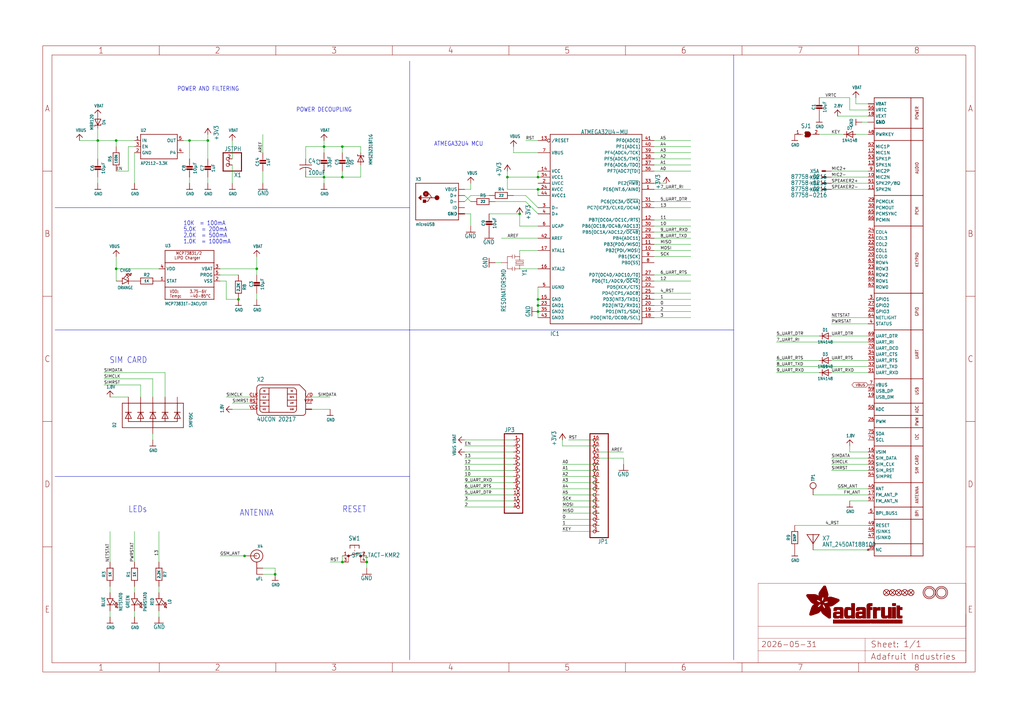
<source format=kicad_sch>
(kicad_sch (version 20230121) (generator eeschema)
  (paper "User" 425.45 298.602)
  (lib_symbols
    (symbol "working-eagle-import:+3V3" (power)
      (property "Value" "+3V3" (at -2.54 -5.08 90))
      (symbol "+3V3_1_0"
        (pin power_in line (at 0 -2.54 90) (length 2.54) (name "+3V3") (number "1"))
      )
    )
    (symbol "working-eagle-import:1.8V" (power)
      (property "Value" "1.8V" (at -1.524 1.016 0))
      (symbol "1.8V_1_0"
        (pin power_in line (at 0 -2.54 90) (length 2.54) (name "1.8V") (number "1"))
      )
    )
    (symbol "working-eagle-import:2.8V" (power)
      (property "Value" "2.8V" (at -1.524 1.016 0))
      (symbol "2.8V_1_0"
        (pin power_in line (at 0 -2.54 90) (length 2.54) (name "2.8V") (number "1"))
      )
    )
    (symbol "working-eagle-import:87758-0216"
      (property "Reference" "X" (at 2.54 -0.762 0))
      (symbol "87758-0216_1_0"
        (pin passive line (at -2.54 0 0) (length 2.54) (name "S") (number "1"))
      )
      (symbol "87758-0216_2_0"
        (pin passive line (at -2.54 0 0) (length 2.54) (name "S") (number "2"))
      )
    )
    (symbol "working-eagle-import:ANTENNA_JOHANSON_2450AT18B100"
      (property "Reference" "X" (at 3.81 1.27 0))
      (symbol "ANTENNA_JOHANSON_2450AT18B100_1_0"
        (pin passive line (at 0 -2.54 90) (length 2.54) (name "P$1") (number "FP"))
      )
    )
    (symbol "working-eagle-import:ANTENNA_U.FL"
      (property "Reference" "X" (at -2.54 3.302 0))
      (symbol "ANTENNA_U.FL_1_0"
        (pin passive line (at -2.54 -5.08 0) (length 2.54) (name "GND@0") (number "1"))
        (pin passive line (at -2.54 -7.62 0) (length 2.54) (name "GND@1") (number "2"))
        (pin passive line (at 5.08 0 180) (length 5.08) (name "SIGNAL") (number "3"))
      )
    )
    (symbol "working-eagle-import:ATMEGA32U4-MU"
      (property "Reference" "IC" (at -17.78 -38.1 0))
      (symbol "ATMEGA32U4-MU_1_0"
        (pin bidirectional line (at 25.4 22.86 180) (length 5.08) (name "PE6(INT.6/AIN0)") (number "1"))
        (pin bidirectional line (at 25.4 -2.54 180) (length 5.08) (name "PB2(PDI/MOSI)") (number "10"))
        (pin bidirectional line (at 25.4 0 180) (length 5.08) (name "PB3(PDO/MISO)") (number "11"))
        (pin bidirectional line (at 25.4 10.16 180) (length 5.08) (name "PB7(OC0A/OC1C/RTS)") (number "12"))
        (pin bidirectional inverted (at -22.86 43.18 0) (length 5.08) (name "/RESET") (number "13"))
        (pin bidirectional line (at -22.86 30.48 0) (length 5.08) (name "VCC") (number "14"))
        (pin bidirectional line (at -22.86 -22.86 0) (length 5.08) (name "GND") (number "15"))
        (pin bidirectional line (at -22.86 -10.16 0) (length 5.08) (name "XTAL2") (number "16"))
        (pin bidirectional line (at -22.86 -2.54 0) (length 5.08) (name "XTAL1") (number "17"))
        (pin bidirectional line (at 25.4 -30.48 180) (length 5.08) (name "PD0(INT0/OC0B/SCL)") (number "18"))
        (pin bidirectional line (at 25.4 -27.94 180) (length 5.08) (name "PD1(INT1/SDA)") (number "19"))
        (pin bidirectional line (at -22.86 25.4 0) (length 5.08) (name "UVCC") (number "2"))
        (pin bidirectional line (at 25.4 -25.4 180) (length 5.08) (name "PD2(INT2/RXD1)") (number "20"))
        (pin bidirectional line (at 25.4 -22.86 180) (length 5.08) (name "PD3(INT3/TXD1)") (number "21"))
        (pin bidirectional line (at 25.4 -17.78 180) (length 5.08) (name "PD5(XCK/CTS)") (number "22"))
        (pin bidirectional line (at -22.86 -25.4 0) (length 5.08) (name "GND1") (number "23"))
        (pin bidirectional line (at -22.86 22.86 0) (length 5.08) (name "AVCC") (number "24"))
        (pin bidirectional line (at 25.4 -20.32 180) (length 5.08) (name "PD4(ICP1/ADC8)") (number "25"))
        (pin bidirectional line (at 25.4 -15.24 180) (length 5.08) (name "PD6(T1/ADC9/~{OC4D})") (number "26"))
        (pin bidirectional line (at 25.4 -12.7 180) (length 5.08) (name "PD7(OC4D/ADC10/T0)") (number "27"))
        (pin bidirectional line (at 25.4 2.54 180) (length 5.08) (name "PB4(ADC11)") (number "28"))
        (pin bidirectional line (at 25.4 5.08 180) (length 5.08) (name "PB5(OC1A/ADC12/~{OC4B})") (number "29"))
        (pin bidirectional line (at -22.86 15.24 0) (length 5.08) (name "D-") (number "3"))
        (pin bidirectional line (at 25.4 7.62 180) (length 5.08) (name "PB6(OC1B/OC4B/ADC13)") (number "30"))
        (pin bidirectional line (at 25.4 17.78 180) (length 5.08) (name "PC6(OC3A/~{OC4A})") (number "31"))
        (pin bidirectional line (at 25.4 15.24 180) (length 5.08) (name "PC7(ICP3/CLK0/OC4A)") (number "32"))
        (pin bidirectional line (at 25.4 25.4 180) (length 5.08) (name "PE2(~{HWB})") (number "33"))
        (pin bidirectional line (at -22.86 27.94 0) (length 5.08) (name "VCC1") (number "34"))
        (pin bidirectional line (at -22.86 -27.94 0) (length 5.08) (name "GND2") (number "35"))
        (pin bidirectional line (at 25.4 30.48 180) (length 5.08) (name "PF7(ADC7(TDI)") (number "36"))
        (pin bidirectional line (at 25.4 33.02 180) (length 5.08) (name "PF6(ADC6/TDO)") (number "37"))
        (pin bidirectional line (at 25.4 35.56 180) (length 5.08) (name "PF5(ADC5/TMS)") (number "38"))
        (pin bidirectional line (at 25.4 38.1 180) (length 5.08) (name "PF4(ADC4/TCK)") (number "39"))
        (pin bidirectional line (at -22.86 12.7 0) (length 5.08) (name "D+") (number "4"))
        (pin bidirectional line (at 25.4 40.64 180) (length 5.08) (name "PF1(ADC1)") (number "40"))
        (pin bidirectional line (at 25.4 43.18 180) (length 5.08) (name "PF0(ADC0)") (number "41"))
        (pin bidirectional line (at -22.86 2.54 0) (length 5.08) (name "AREF") (number "42"))
        (pin bidirectional line (at -22.86 -30.48 0) (length 5.08) (name "GND3") (number "43"))
        (pin bidirectional line (at -22.86 20.32 0) (length 5.08) (name "AVCC1") (number "44"))
        (pin bidirectional line (at -22.86 -17.78 0) (length 5.08) (name "UGND") (number "5"))
        (pin bidirectional line (at -22.86 7.62 0) (length 5.08) (name "UCAP") (number "6"))
        (pin bidirectional line (at -22.86 38.1 0) (length 5.08) (name "VBUS") (number "7"))
        (pin bidirectional line (at 25.4 -7.62 180) (length 5.08) (name "PB0(SS)") (number "8"))
        (pin bidirectional line (at 25.4 -5.08 180) (length 5.08) (name "PB1(SCK)") (number "9"))
      )
    )
    (symbol "working-eagle-import:C-USC1210"
      (property "Reference" "C" (at 1.016 0.635 0))
      (symbol "C-USC1210_1_0"
        (pin passive line (at 0 2.54 270) (length 2.54) (name "1") (number "1"))
        (pin passive line (at 0 -5.08 90) (length 2.54) (name "2") (number "2"))
      )
    )
    (symbol "working-eagle-import:CAP_CERAMIC0603_NO"
      (property "Reference" "C" (at -2.29 1.25 90))
      (symbol "CAP_CERAMIC0603_NO_1_0"
        (pin passive line (at 0 5.08 270) (length 2.54) (name "1") (number "1"))
        (pin passive line (at 0 -2.54 90) (length 2.54) (name "2") (number "2"))
      )
    )
    (symbol "working-eagle-import:CAP_CERAMIC0805-NOOUTLINE"
      (property "Reference" "C" (at -2.29 1.25 90))
      (symbol "CAP_CERAMIC0805-NOOUTLINE_1_0"
        (pin passive line (at 0 5.08 270) (length 2.54) (name "1") (number "1"))
        (pin passive line (at 0 -2.54 90) (length 2.54) (name "2") (number "2"))
      )
    )
    (symbol "working-eagle-import:CAP_CERAMIC_0805MP"
      (property "Reference" "C" (at -2.29 1.25 90))
      (symbol "CAP_CERAMIC_0805MP_1_0"
        (pin passive line (at 0 5.08 270) (length 2.54) (name "1") (number "1"))
        (pin passive line (at 0 -2.54 90) (length 2.54) (name "2") (number "2"))
      )
    )
    (symbol "working-eagle-import:CON_JST_PH_2PIN"
      (property "Reference" "X" (at -6.35 5.715 0))
      (symbol "CON_JST_PH_2PIN_1_0"
        (pin passive inverted (at -2.54 2.54 0) (length 2.54) (name "1") (number "1"))
        (pin passive inverted (at -2.54 0 0) (length 2.54) (name "2") (number "2"))
      )
    )
    (symbol "working-eagle-import:DIODE-SCHOTTKYSOD-123"
      (property "Reference" "D" (at 0 2.54 0))
      (symbol "DIODE-SCHOTTKYSOD-123_1_0"
        (pin passive line (at -2.54 0 0) (length 2.54) (name "A") (number "A"))
        (pin passive line (at 2.54 0 180) (length 2.54) (name "C") (number "C"))
      )
    )
    (symbol "working-eagle-import:DIODE-ZENERSOD123"
      (property "Reference" "D" (at -2.54 3.0226 0))
      (symbol "DIODE-ZENERSOD123_1_0"
        (pin passive line (at -2.54 0 0) (length 2.54) (name "A") (number "A"))
        (pin passive line (at 2.54 0 180) (length 2.54) (name "C") (number "C"))
      )
    )
    (symbol "working-eagle-import:DIODESOD-323"
      (property "Reference" "D" (at 0 2.54 0))
      (symbol "DIODESOD-323_1_0"
        (pin passive line (at -2.54 0 0) (length 2.54) (name "A") (number "A"))
        (pin passive line (at 2.54 0 180) (length 2.54) (name "C") (number "C"))
      )
    )
    (symbol "working-eagle-import:FIDUCIAL{dblquote}{dblquote}")
    (symbol "working-eagle-import:FRAME_A3_ADAFRUIT"
      (symbol "FRAME_A3_ADAFRUIT_1_0"
        (text "${#}/${##}" (at 357.505 10.16 0) (effects (font (size 2.54 2.54)) (justify left bottom)))
        (text "${CURRENT_DATE}" (at 298.45 10.16 0) (effects (font (size 2.286 2.286)) (justify left bottom)))
        (text "${PROJECTNAME}" (at 298.45 15.24 0) (effects (font (size 2.54 2.54)) (justify left bottom)))
        (text "1" (at 24.2094 1.905 0) (effects (font (size 2.54 2.286))))
        (text "1" (at 24.2094 258.445 0) (effects (font (size 2.54 2.286))))
        (text "2" (at 72.6281 1.905 0) (effects (font (size 2.54 2.286))))
        (text "2" (at 72.6281 258.445 0) (effects (font (size 2.54 2.286))))
        (text "3" (at 121.0469 1.905 0) (effects (font (size 2.54 2.286))))
        (text "3" (at 121.0469 258.445 0) (effects (font (size 2.54 2.286))))
        (text "4" (at 169.4656 1.905 0) (effects (font (size 2.54 2.286))))
        (text "4" (at 169.4656 258.445 0) (effects (font (size 2.54 2.286))))
        (text "5" (at 217.8844 1.905 0) (effects (font (size 2.54 2.286))))
        (text "5" (at 217.8844 258.445 0) (effects (font (size 2.54 2.286))))
        (text "6" (at 266.3031 1.905 0) (effects (font (size 2.54 2.286))))
        (text "6" (at 266.3031 258.445 0) (effects (font (size 2.54 2.286))))
        (text "7" (at 314.7219 1.905 0) (effects (font (size 2.54 2.286))))
        (text "7" (at 314.7219 258.445 0) (effects (font (size 2.54 2.286))))
        (text "8" (at 363.1406 1.905 0) (effects (font (size 2.54 2.286))))
        (text "8" (at 363.1406 258.445 0) (effects (font (size 2.54 2.286))))
        (text "A" (at 1.905 234.315 0) (effects (font (size 2.54 2.286))))
        (text "A" (at 385.445 234.315 0) (effects (font (size 2.54 2.286))))
        (text "Adafruit Industries" (at 343.916 4.953 0) (effects (font (size 2.54 2.54)) (justify left bottom)))
        (text "B" (at 1.905 182.245 0) (effects (font (size 2.54 2.286))))
        (text "B" (at 385.445 182.245 0) (effects (font (size 2.54 2.286))))
        (text "C" (at 1.905 130.175 0) (effects (font (size 2.54 2.286))))
        (text "C" (at 385.445 130.175 0) (effects (font (size 2.54 2.286))))
        (text "D" (at 1.905 78.105 0) (effects (font (size 2.54 2.286))))
        (text "D" (at 385.445 78.105 0) (effects (font (size 2.54 2.286))))
        (text "E" (at 1.905 26.035 0) (effects (font (size 2.54 2.286))))
        (text "E" (at 385.445 26.035 0) (effects (font (size 2.54 2.286))))
        (text "Sheet:" (at 343.916 10.033 0) (effects (font (size 2.54 2.54)) (justify left bottom)))
      )
    )
    (symbol "working-eagle-import:GND" (power)
      (property "Value" "GND" (at -1.524 -2.54 0))
      (symbol "GND_1_0"
        (pin power_in line (at 0 2.54 270) (length 2.54) (name "GND") (number "1"))
      )
    )
    (symbol "working-eagle-import:GSM_SIM800L"
      (symbol "GSM_SIM800L_1_0"
        (text "ADC" (at 7.62 -40.64 900) (effects (font (size 1.27 1.0795))))
        (text "ANTENNA" (at 7.62 -76.2 900) (effects (font (size 1.27 1.0795))))
        (text "AUDIO" (at 7.62 59.69 900) (effects (font (size 1.27 1.0795))))
        (text "BPI" (at 7.62 -83.82 900) (effects (font (size 1.27 1.0795))))
        (text "GPIO" (at 7.62 0 900) (effects (font (size 1.27 1.0795))))
        (text "I2C" (at 7.62 -52.07 900) (effects (font (size 1.27 1.0795))))
        (text "KEYPAD" (at 7.62 21.59 900) (effects (font (size 1.27 1.0795))))
        (text "PCM" (at 7.62 41.91 900) (effects (font (size 1.27 1.0795))))
        (text "POWER" (at 7.62 82.55 900) (effects (font (size 1.27 1.0795))))
        (text "PWM" (at 7.62 -45.72 900) (effects (font (size 1.27 1.0795))))
        (text "SIM CARD" (at 7.62 -63.5 900) (effects (font (size 1.27 1.0795))))
        (text "UART" (at 7.62 -17.78 900) (effects (font (size 1.27 1.0795))))
        (text "USB" (at 7.62 -33.02 900) (effects (font (size 1.27 1.0795))))
        (pin power_in line (at -12.7 86.36 0) (length 2.54) (name "VBAT") (number "1"))
        (pin input line (at -12.7 55.88 0) (length 2.54) (name "MIC2N") (number "10"))
        (pin output line (at -12.7 50.8 0) (length 2.54) (name "SPK2N") (number "11"))
        (pin input line (at -12.7 66.04 0) (length 2.54) (name "MIC1N") (number "12"))
        (pin output line (at -12.7 60.96 0) (length 2.54) (name "SPK1N") (number "13"))
        (pin bidirectional line (at -12.7 -60.96 0) (length 2.54) (name "SIM_DATA") (number "14"))
        (pin output line (at -12.7 -66.04 0) (length 2.54) (name "SIM_RST") (number "15"))
        (pin power_in line (at -12.7 -58.42 0) (length 2.54) (name "VSIM") (number "16"))
        (pin bidirectional line (at -12.7 -76.2 0) (length 2.54) (name "FM_ANT_P") (number "17"))
        (pin power_in line (at -12.7 81.28 0) (length 2.54) (name "VEXT") (number "18"))
        (pin bidirectional line (at -12.7 -35.56 0) (length 2.54) (name "USB_DM") (number "19"))
        (pin power_in line (at -12.7 78.74 0) (length 2.54) (name "GND") (number "2"))
        (pin bidirectional line (at -12.7 22.86 0) (length 2.54) (name "COL0") (number "20"))
        (pin bidirectional line (at -12.7 30.48 0) (length 2.54) (name "COL3") (number "21"))
        (pin bidirectional line (at -12.7 27.94 0) (length 2.54) (name "COL2") (number "22"))
        (pin bidirectional line (at -12.7 17.78 0) (length 2.54) (name "ROW3") (number "23"))
        (pin bidirectional line (at -12.7 33.02 0) (length 2.54) (name "COL4") (number "24"))
        (pin bidirectional line (at -12.7 25.4 0) (length 2.54) (name "COL1") (number "25"))
        (pin output line (at -12.7 -45.72 0) (length 2.54) (name "PWM") (number "26"))
        (pin bidirectional line (at -12.7 2.54 0) (length 2.54) (name "GPIO2") (number "27"))
        (pin bidirectional line (at -12.7 0 0) (length 2.54) (name "GPIO3") (number "28"))
        (pin output line (at -12.7 45.72 0) (length 2.54) (name "PCMCLK") (number "29"))
        (pin bidirectional line (at -12.7 5.08 0) (length 2.54) (name "GPIO1") (number "3"))
        (pin output line (at -12.7 43.18 0) (length 2.54) (name "PCMOUT") (number "30"))
        (pin input line (at -12.7 -25.4 0) (length 2.54) (name "UART_RXD") (number "31"))
        (pin output line (at -12.7 -22.86 0) (length 2.54) (name "UART_TXD") (number "32"))
        (pin input line (at -12.7 -20.32 0) (length 2.54) (name "UART_RTS") (number "33"))
        (pin output line (at -12.7 -17.78 0) (length 2.54) (name "UART_CTS") (number "34"))
        (pin power_in line (at -12.7 78.74 0) (length 2.54) (name "GND") (number "35"))
        (pin no_connect line (at -12.7 -99.06 0) (length 2.54) (name "NC") (number "36"))
        (pin power_in line (at -12.7 78.74 0) (length 2.54) (name "GND") (number "37"))
        (pin power_in line (at -12.7 78.74 0) (length 2.54) (name "GND") (number "38"))
        (pin power_in line (at -12.7 78.74 0) (length 2.54) (name "GND") (number "39"))
        (pin output line (at -12.7 -5.08 0) (length 2.54) (name "STATUS") (number "4"))
        (pin bidirectional line (at -12.7 -73.66 0) (length 2.54) (name "ANT") (number "40"))
        (pin power_in line (at -12.7 78.74 0) (length 2.54) (name "GND") (number "41"))
        (pin power_in line (at -12.7 86.36 0) (length 2.54) (name "VBAT") (number "42"))
        (pin power_in line (at -12.7 78.74 0) (length 2.54) (name "GND") (number "43"))
        (pin power_in line (at -12.7 78.74 0) (length 2.54) (name "GND") (number "44"))
        (pin power_in line (at -12.7 78.74 0) (length 2.54) (name "GND") (number "45"))
        (pin input line (at -12.7 -91.44 0) (length 2.54) (name "ISINK1") (number "46"))
        (pin input line (at -12.7 -93.98 0) (length 2.54) (name "ISINK0") (number "47"))
        (pin input line (at -12.7 73.66 0) (length 2.54) (name "PWRKEY") (number "48"))
        (pin input line (at -12.7 -88.9 0) (length 2.54) (name "RESET") (number "49"))
        (pin output line (at -12.7 -83.82 0) (length 2.54) (name "BPI_BUS1") (number "5"))
        (pin input line (at -12.7 -40.64 0) (length 2.54) (name "ADC") (number "50"))
        (pin output line (at -12.7 53.34 0) (length 2.54) (name "SPK2P/8Ω") (number "51"))
        (pin input line (at -12.7 68.58 0) (length 2.54) (name "MIC1P") (number "52"))
        (pin output line (at -12.7 63.5 0) (length 2.54) (name "SPK1P") (number "53"))
        (pin input line (at -12.7 -68.58 0) (length 2.54) (name "SIMPRE") (number "54"))
        (pin output line (at -12.7 -63.5 0) (length 2.54) (name "SIM_CLK") (number "55"))
        (pin power_in line (at -12.7 83.82 0) (length 2.54) (name "VRTC") (number "56"))
        (pin bidirectional line (at -12.7 -78.74 0) (length 2.54) (name "FM_ANT_N") (number "57"))
        (pin power_in line (at -12.7 78.74 0) (length 2.54) (name "GND") (number "58"))
        (pin bidirectional line (at -12.7 -33.02 0) (length 2.54) (name "USB_DP") (number "59"))
        (pin power_in line (at -12.7 78.74 0) (length 2.54) (name "GND") (number "6"))
        (pin bidirectional line (at -12.7 12.7 0) (length 2.54) (name "ROW1") (number "60"))
        (pin bidirectional line (at -12.7 15.24 0) (length 2.54) (name "ROW2") (number "61"))
        (pin bidirectional line (at -12.7 10.16 0) (length 2.54) (name "ROW0") (number "62"))
        (pin bidirectional line (at -12.7 20.32 0) (length 2.54) (name "ROW4") (number "63"))
        (pin output line (at -12.7 -2.54 0) (length 2.54) (name "NETLIGHT") (number "64"))
        (pin output line (at -12.7 40.64 0) (length 2.54) (name "PCMSYNC") (number "65"))
        (pin input line (at -12.7 38.1 0) (length 2.54) (name "PCMIN") (number "66"))
        (pin power_in line (at -12.7 78.74 0) (length 2.54) (name "GND") (number "67"))
        (pin output line (at -12.7 -12.7 0) (length 2.54) (name "UART_RI") (number "68"))
        (pin input line (at -12.7 -10.16 0) (length 2.54) (name "UART_DTR") (number "69"))
        (pin power_in line (at -12.7 -30.48 0) (length 2.54) (name "VBUS") (number "7"))
        (pin input line (at -12.7 -15.24 0) (length 2.54) (name "UART_DCD") (number "70"))
        (pin power_in line (at -12.7 78.74 0) (length 2.54) (name "GND") (number "71"))
        (pin power_in line (at -12.7 78.74 0) (length 2.54) (name "GND") (number "72"))
        (pin power_in line (at -12.7 78.74 0) (length 2.54) (name "GND") (number "73"))
        (pin bidirectional line (at -12.7 -53.34 0) (length 2.54) (name "SCL") (number "74"))
        (pin bidirectional line (at -12.7 -50.8 0) (length 2.54) (name "SDA") (number "75"))
        (pin power_in line (at -12.7 78.74 0) (length 2.54) (name "GND") (number "76"))
        (pin power_in line (at -12.7 78.74 0) (length 2.54) (name "GND") (number "77"))
        (pin power_in line (at -12.7 78.74 0) (length 2.54) (name "GND") (number "78"))
        (pin power_in line (at -12.7 78.74 0) (length 2.54) (name "GND") (number "79"))
        (pin power_in line (at -12.7 78.74 0) (length 2.54) (name "GND") (number "8"))
        (pin power_in line (at -12.7 78.74 0) (length 2.54) (name "GND") (number "80"))
        (pin power_in line (at -12.7 78.74 0) (length 2.54) (name "GND") (number "81"))
        (pin power_in line (at -12.7 78.74 0) (length 2.54) (name "GND") (number "82"))
        (pin power_in line (at -12.7 78.74 0) (length 2.54) (name "GND") (number "83"))
        (pin power_in line (at -12.7 78.74 0) (length 2.54) (name "GND") (number "84"))
        (pin power_in line (at -12.7 78.74 0) (length 2.54) (name "GND") (number "85"))
        (pin power_in line (at -12.7 78.74 0) (length 2.54) (name "GND") (number "86"))
        (pin power_in line (at -12.7 78.74 0) (length 2.54) (name "GND") (number "87"))
        (pin power_in line (at -12.7 78.74 0) (length 2.54) (name "GND") (number "88"))
        (pin input line (at -12.7 58.42 0) (length 2.54) (name "MIC2P") (number "9"))
      )
    )
    (symbol "working-eagle-import:HEADER-1X12"
      (property "Reference" "JP" (at -6.35 18.415 0))
      (symbol "HEADER-1X12_1_0"
        (pin passive inverted (at -2.54 15.24 0) (length 2.54) (name "1") (number "1"))
        (pin passive inverted (at -2.54 -7.62 0) (length 2.54) (name "10") (number "10"))
        (pin passive inverted (at -2.54 -10.16 0) (length 2.54) (name "11") (number "11"))
        (pin passive inverted (at -2.54 -12.7 0) (length 2.54) (name "12") (number "12"))
        (pin passive inverted (at -2.54 12.7 0) (length 2.54) (name "2") (number "2"))
        (pin passive inverted (at -2.54 10.16 0) (length 2.54) (name "3") (number "3"))
        (pin passive inverted (at -2.54 7.62 0) (length 2.54) (name "4") (number "4"))
        (pin passive inverted (at -2.54 5.08 0) (length 2.54) (name "5") (number "5"))
        (pin passive inverted (at -2.54 2.54 0) (length 2.54) (name "6") (number "6"))
        (pin passive inverted (at -2.54 0 0) (length 2.54) (name "7") (number "7"))
        (pin passive inverted (at -2.54 -2.54 0) (length 2.54) (name "8") (number "8"))
        (pin passive inverted (at -2.54 -5.08 0) (length 2.54) (name "9") (number "9"))
      )
    )
    (symbol "working-eagle-import:HEADER-1X16ROUND"
      (property "Reference" "JP" (at -6.35 20.955 0))
      (symbol "HEADER-1X16ROUND_1_0"
        (pin passive inverted (at -2.54 17.78 0) (length 2.54) (name "1") (number "1"))
        (pin passive inverted (at -2.54 -5.08 0) (length 2.54) (name "10") (number "10"))
        (pin passive inverted (at -2.54 -7.62 0) (length 2.54) (name "11") (number "11"))
        (pin passive inverted (at -2.54 -10.16 0) (length 2.54) (name "12") (number "12"))
        (pin passive inverted (at -2.54 -12.7 0) (length 2.54) (name "13") (number "13"))
        (pin passive inverted (at -2.54 -15.24 0) (length 2.54) (name "14") (number "14"))
        (pin passive inverted (at -2.54 -17.78 0) (length 2.54) (name "15") (number "15"))
        (pin passive inverted (at -2.54 -20.32 0) (length 2.54) (name "16") (number "16"))
        (pin passive inverted (at -2.54 15.24 0) (length 2.54) (name "2") (number "2"))
        (pin passive inverted (at -2.54 12.7 0) (length 2.54) (name "3") (number "3"))
        (pin passive inverted (at -2.54 10.16 0) (length 2.54) (name "4") (number "4"))
        (pin passive inverted (at -2.54 7.62 0) (length 2.54) (name "5") (number "5"))
        (pin passive inverted (at -2.54 5.08 0) (length 2.54) (name "6") (number "6"))
        (pin passive inverted (at -2.54 2.54 0) (length 2.54) (name "7") (number "7"))
        (pin passive inverted (at -2.54 0 0) (length 2.54) (name "8") (number "8"))
        (pin passive inverted (at -2.54 -2.54 0) (length 2.54) (name "9") (number "9"))
      )
    )
    (symbol "working-eagle-import:LED0805_NOOUTLINE"
      (property "Reference" "D" (at -1.27 4.445 0))
      (symbol "LED0805_NOOUTLINE_1_0"
        (pin passive line (at -5.08 0 0) (length 2.54) (name "A") (number "A"))
        (pin passive line (at 2.54 0 180) (length 2.54) (name "C") (number "C"))
      )
    )
    (symbol "working-eagle-import:MCP73831/2"
      (property "Reference" "U" (at -10.16 11.43 0))
      (symbol "MCP73831/2_1_0"
        (text "-40-85°C" (at 0 -9.525 0) (effects (font (size 1.27 1.0795)) (justify left bottom)))
        (text "3.75-6V" (at 0 -7.62 0) (effects (font (size 1.27 1.0795)) (justify left bottom)))
        (text "LIPO Charger" (at -6.35 6.35 0) (effects (font (size 1.27 1.0795)) (justify left bottom)))
        (text "MCP73831/2" (at -5.715 8.255 0) (effects (font (size 1.27 1.0795)) (justify left bottom)))
        (text "Temp:" (at -8.255 -9.525 0) (effects (font (size 1.27 1.0795)) (justify left bottom)))
        (text "VDD:" (at -8.255 -7.62 0) (effects (font (size 1.27 1.0795)) (justify left bottom)))
        (pin output line (at -12.7 -2.54 0) (length 2.54) (name "STAT") (number "1"))
        (pin power_in line (at 12.7 -2.54 180) (length 2.54) (name "VSS") (number "2"))
        (pin power_in line (at 12.7 2.54 180) (length 2.54) (name "VBAT") (number "3"))
        (pin power_in line (at -12.7 2.54 0) (length 2.54) (name "VDD") (number "4"))
        (pin input line (at 12.7 0 180) (length 2.54) (name "PROG") (number "5"))
      )
    )
    (symbol "working-eagle-import:MOUNTINGHOLE2.5")
    (symbol "working-eagle-import:RESISTOR_0603_NOOUT"
      (property "Reference" "R" (at 0 2.54 0))
      (symbol "RESISTOR_0603_NOOUT_1_0"
        (pin passive line (at -5.08 0 0) (length 2.54) (name "1") (number "1"))
        (pin passive line (at 5.08 0 180) (length 2.54) (name "2") (number "2"))
      )
    )
    (symbol "working-eagle-import:RESONATORSMD"
      (property "Reference" "Y" (at 2.54 1.016 0))
      (symbol "RESONATORSMD_1_0"
        (pin passive line (at -2.54 0 0) (length 0) (name "1") (number "1"))
        (pin passive line (at 0 -7.62 90) (length 0) (name "2") (number "2"))
        (pin passive line (at 2.54 0 180) (length 0) (name "3") (number "3"))
      )
    )
    (symbol "working-eagle-import:SIM_MICRO"
      (property "Reference" "X" (at -10.16 6.35 0))
      (symbol "SIM_MICRO_1_0"
        (text "CLK" (at -6.985 0 0) (effects (font (size 0.6096 0.5181))))
        (text "DATA" (at 4.445 0 0) (effects (font (size 0.6096 0.5181))))
        (text "GND" (at 4.445 -5.08 0) (effects (font (size 0.6096 0.5181))))
        (text "NC" (at -6.985 2.54 0) (effects (font (size 0.6096 0.5181))))
        (text "NC" (at 4.445 2.54 0) (effects (font (size 0.6096 0.5181))))
        (text "RST" (at -6.985 -2.54 0) (effects (font (size 0.6096 0.5181))))
        (text "VCC" (at -6.985 -5.08 0) (effects (font (size 0.6096 0.5181))))
        (text "VPP" (at 4.445 -2.54 0) (effects (font (size 0.6096 0.5181))))
        (pin passive line (at -12.7 0 0) (length 2.54) (name "CLK") (number "CLK"))
        (pin passive line (at 12.7 -5.08 180) (length 2.54) (name "GND") (number "GND"))
        (pin passive line (at 12.7 -5.08 180) (length 2.54) (name "GND") (number "GND@1"))
        (pin passive line (at 12.7 -5.08 180) (length 2.54) (name "GND") (number "GND@2"))
        (pin passive line (at 12.7 -5.08 180) (length 2.54) (name "GND") (number "GND@3"))
        (pin passive line (at 12.7 -5.08 180) (length 2.54) (name "GND") (number "GND@4"))
        (pin passive line (at 12.7 0 180) (length 2.54) (name "DATA") (number "I/O"))
        (pin passive line (at -12.7 -2.54 0) (length 2.54) (name "RST") (number "RST"))
        (pin passive line (at -12.7 -5.08 0) (length 2.54) (name "VCC") (number "VCC"))
        (pin passive line (at 12.7 -2.54 180) (length 2.54) (name "VPP") (number "VPP"))
      )
    )
    (symbol "working-eagle-import:SOLDERJUMPER_CLOSED"
      (property "Reference" "SJ" (at -2.54 2.54 0))
      (symbol "SOLDERJUMPER_CLOSED_1_0"
        (pin passive line (at -5.08 0 0) (length 2.54) (name "1") (number "1"))
        (pin passive line (at 5.08 0 180) (length 2.54) (name "2") (number "2"))
      )
    )
    (symbol "working-eagle-import:SPST_TACT-KMR2"
      (property "Reference" "SW" (at -6.35 -2.54 90))
      (symbol "SPST_TACT-KMR2_1_0"
        (pin passive line (at 0 -5.08 90) (length 2.54) (name "P") (number "1"))
        (pin passive line (at 0 5.08 270) (length 2.54) (name "S") (number "2"))
        (pin passive line (at 2.54 -5.08 90) (length 2.54) (name "P1") (number "3"))
        (pin passive line (at 2.54 5.08 270) (length 2.54) (name "S1") (number "4"))
      )
    )
    (symbol "working-eagle-import:TESTPOINTROUND1.5MM"
      (property "Reference" "TP" (at 0 5.588 90))
      (symbol "TESTPOINTROUND1.5MM_1_0"
        (pin bidirectional line (at 0 0 90) (length 2.54) (name "P$1") (number "P$1"))
      )
    )
    (symbol "working-eagle-import:TVSARRAY_5LANE"
      (property "Reference" "D" (at -2.54 15.24 0))
      (symbol "TVSARRAY_5LANE_1_0"
        (pin passive line (at 10.16 10.16 180) (length 2.54) (name "C1") (number "1"))
        (pin passive line (at -5.08 0 0) (length 2.54) (name "A") (number "2"))
        (pin passive line (at 10.16 5.08 180) (length 2.54) (name "C2") (number "3"))
        (pin passive line (at 10.16 0 180) (length 2.54) (name "C3") (number "4"))
        (pin passive line (at 10.16 -5.08 180) (length 2.54) (name "C4") (number "5"))
        (pin passive line (at 10.16 -10.16 180) (length 2.54) (name "C5") (number "6"))
      )
    )
    (symbol "working-eagle-import:USB_MICRO_20329_V2"
      (property "Reference" "X" (at -10.16 8.636 0))
      (symbol "USB_MICRO_20329_V2_1_0"
        (pin power_in line (at 10.16 -5.08 180) (length 2.54) (name "GND") (number "BASE@1"))
        (pin power_in line (at 10.16 -5.08 180) (length 2.54) (name "GND") (number "BASE@2"))
        (pin bidirectional line (at 10.16 2.54 180) (length 2.54) (name "D+") (number "D+"))
        (pin bidirectional line (at 10.16 0 180) (length 2.54) (name "D-") (number "D-"))
        (pin power_in line (at 10.16 -5.08 180) (length 2.54) (name "GND") (number "GND"))
        (pin bidirectional line (at 10.16 -2.54 180) (length 2.54) (name "ID") (number "ID"))
        (pin power_in line (at 10.16 -5.08 180) (length 2.54) (name "GND") (number "SPRT@1"))
        (pin power_in line (at 10.16 -5.08 180) (length 2.54) (name "GND") (number "SPRT@2"))
        (pin power_in line (at 10.16 -5.08 180) (length 2.54) (name "GND") (number "SPRT@3"))
        (pin power_in line (at 10.16 -5.08 180) (length 2.54) (name "GND") (number "SPRT@4"))
        (pin power_in line (at 10.16 5.08 180) (length 2.54) (name "VBUS") (number "VBUS"))
      )
    )
    (symbol "working-eagle-import:VBAT" (power)
      (property "Value" "VBAT" (at -1.524 1.016 0))
      (symbol "VBAT_1_0"
        (pin power_in line (at 0 -2.54 90) (length 2.54) (name "VBAT") (number "1"))
      )
    )
    (symbol "working-eagle-import:VBUS" (power)
      (property "Value" "VBUS" (at -1.524 1.016 0))
      (symbol "VBUS_1_0"
        (pin power_in line (at 0 -2.54 90) (length 2.54) (name "VBUS") (number "1"))
      )
    )
    (symbol "working-eagle-import:VREG_SOT23-5"
      (property "Reference" "U" (at -7.62 6.096 0))
      (symbol "VREG_SOT23-5_1_0"
        (pin power_in line (at -10.16 2.54 0) (length 2.54) (name "IN") (number "1"))
        (pin power_in line (at -10.16 -2.54 0) (length 2.54) (name "GND") (number "2"))
        (pin input line (at -10.16 0 0) (length 2.54) (name "EN") (number "3"))
        (pin bidirectional line (at 10.16 -2.54 180) (length 2.54) (name "P4") (number "4"))
        (pin power_in line (at 10.16 2.54 180) (length 2.54) (name "OUT") (number "5"))
      )
    )
    (symbol "working-eagle-import:supply1_GND" (power)
      (property "Value" "supply1_GND" (at -2.54 -2.54 0))
      (symbol "supply1_GND_1_0"
        (pin power_in line (at 0 2.54 270) (length 2.54) (name "GND") (number "1"))
      )
    )
  )
  (junction (at 152.4 233.68))
  (junction (at 134.62 73.66))
  (junction (at 86.36 58.42))
  (junction (at 48.26 111.76))
  (junction (at 40.64 58.42))
  (junction (at 223.52 127))
  (junction (at 134.62 60.96))
  (junction (at 142.24 73.66))
  (junction (at 142.24 60.96))
  (junction (at 48.26 58.42))
  (junction (at 101.6 231.14))
  (junction (at 223.52 124.46))
  (junction (at 223.52 129.54))
  (junction (at 210.82 73.66))
  (junction (at 106.68 111.76))
  (junction (at 78.74 58.42))
  (junction (at 223.52 73.66))
  (junction (at 99.06 124.46))
  (junction (at 223.52 78.74))
  (junction (at 215.9 88.9))
  (junction (at 142.24 233.68))
  (junction (at 114.3 238.76))
  (wire (pts (xy 271.78 121.92) (xy 287.02 121.92)) (stroke (width 0.1524)))
  (wire (pts (xy 40.64 53.34) (xy 40.64 58.42)) (stroke (width 0.1524)))
  (wire (pts (xy 215.9 111.76) (xy 223.52 111.76)) (stroke (width 0.1524)))
  (wire (pts (xy 109.22 238.76) (xy 114.3 238.76)) (stroke (width 0.1524)))
  (wire (pts (xy 78.74 73.66) (xy 78.74 76.2)) (stroke (width 0.1524)))
  (wire (pts (xy 271.78 91.44) (xy 287.02 91.44)) (stroke (width 0.1524)))
  (wire (pts (xy 353.06 40.64) (xy 340.36 40.64)) (stroke (width 0.1524)))
  (wire (pts (xy 215.9 93.98) (xy 215.9 88.9)) (stroke (width 0.1524)))
  (wire (pts (xy 233.68 182.88) (xy 233.68 185.42)) (stroke (width 0.1524)))
  (polyline (pts (xy 22.86 86.36) (xy 170.18 86.36)) (stroke (width 0.1524) (type solid)))
  (wire (pts (xy 223.52 63.5) (xy 213.36 63.5)) (stroke (width 0.1524)))
  (wire (pts (xy 360.68 132.08) (xy 345.44 132.08)) (stroke (width 0.1524)))
  (wire (pts (xy 78.74 58.42) (xy 86.36 58.42)) (stroke (width 0.1524)))
  (wire (pts (xy 223.52 93.98) (xy 215.9 93.98)) (stroke (width 0.1524)))
  (wire (pts (xy 63.5 165.1) (xy 63.5 157.48)) (stroke (width 0.1524)))
  (wire (pts (xy 40.64 58.42) (xy 40.64 66.04)) (stroke (width 0.1524)))
  (wire (pts (xy 223.52 81.28) (xy 223.52 78.74)) (stroke (width 0.1524)))
  (wire (pts (xy 248.92 182.88) (xy 236.22 182.88)) (stroke (width 0.1524)))
  (wire (pts (xy 205.74 109.22) (xy 208.28 109.22)) (stroke (width 0.1524)))
  (wire (pts (xy 104.14 165.1) (xy 93.98 165.1)) (stroke (width 0.1524)))
  (wire (pts (xy 213.36 205.74) (xy 193.04 205.74)) (stroke (width 0.1524)))
  (wire (pts (xy 215.9 88.9) (xy 203.2 88.9)) (stroke (width 0.1524)))
  (wire (pts (xy 223.52 119.38) (xy 223.52 124.46)) (stroke (width 0.1524)))
  (wire (pts (xy 233.68 200.66) (xy 248.92 200.66)) (stroke (width 0.1524)))
  (wire (pts (xy 208.28 99.06) (xy 223.52 99.06)) (stroke (width 0.1524)))
  (wire (pts (xy 345.44 78.74) (xy 360.68 78.74)) (stroke (width 0.1524)))
  (wire (pts (xy 271.78 93.98) (xy 287.02 93.98)) (stroke (width 0.1524)))
  (wire (pts (xy 218.44 81.28) (xy 223.52 86.36)) (stroke (width 0.1524)))
  (wire (pts (xy 345.44 149.86) (xy 360.68 149.86)) (stroke (width 0.1524)))
  (wire (pts (xy 78.74 66.04) (xy 78.74 58.42)) (stroke (width 0.1524)))
  (wire (pts (xy 106.68 106.68) (xy 106.68 111.76)) (stroke (width 0.1524)))
  (wire (pts (xy 340.36 55.88) (xy 350.52 55.88)) (stroke (width 0.1524)))
  (wire (pts (xy 360.68 71.12) (xy 345.44 71.12)) (stroke (width 0.1524)))
  (wire (pts (xy 271.78 129.54) (xy 287.02 129.54)) (stroke (width 0.1524)))
  (wire (pts (xy 58.42 160.02) (xy 43.18 160.02)) (stroke (width 0.1524)))
  (wire (pts (xy 193.04 193.04) (xy 213.36 193.04)) (stroke (width 0.1524)))
  (wire (pts (xy 360.68 193.04) (xy 345.44 193.04)) (stroke (width 0.1524)))
  (wire (pts (xy 355.6 43.18) (xy 355.6 40.64)) (stroke (width 0.1524)))
  (wire (pts (xy 271.78 60.96) (xy 287.02 60.96)) (stroke (width 0.1524)))
  (wire (pts (xy 55.88 243.84) (xy 55.88 246.38)) (stroke (width 0.1524)))
  (wire (pts (xy 271.78 101.6) (xy 287.02 101.6)) (stroke (width 0.1524)))
  (wire (pts (xy 193.04 210.82) (xy 213.36 210.82)) (stroke (width 0.1524)))
  (wire (pts (xy 213.36 63.5) (xy 213.36 60.96)) (stroke (width 0.1524)))
  (wire (pts (xy 271.78 63.5) (xy 287.02 63.5)) (stroke (width 0.1524)))
  (wire (pts (xy 360.68 76.2) (xy 345.44 76.2)) (stroke (width 0.1524)))
  (wire (pts (xy 215.9 104.14) (xy 223.52 104.14)) (stroke (width 0.1524)))
  (wire (pts (xy 48.26 60.96) (xy 48.26 58.42)) (stroke (width 0.1524)))
  (wire (pts (xy 287.02 127) (xy 271.78 127)) (stroke (width 0.1524)))
  (wire (pts (xy 271.78 114.3) (xy 287.02 114.3)) (stroke (width 0.1524)))
  (wire (pts (xy 193.04 185.42) (xy 213.36 185.42)) (stroke (width 0.1524)))
  (wire (pts (xy 360.68 142.24) (xy 322.58 142.24)) (stroke (width 0.1524)))
  (wire (pts (xy 66.04 254) (xy 66.04 256.54)) (stroke (width 0.1524)))
  (wire (pts (xy 66.04 233.68) (xy 66.04 220.98)) (stroke (width 0.1524)))
  (wire (pts (xy 137.16 233.68) (xy 142.24 233.68)) (stroke (width 0.1524)))
  (wire (pts (xy 134.62 60.96) (xy 134.62 58.42)) (stroke (width 0.1524)))
  (wire (pts (xy 134.62 73.66) (xy 142.24 73.66)) (stroke (width 0.1524)))
  (wire (pts (xy 86.36 73.66) (xy 86.36 76.2)) (stroke (width 0.1524)))
  (wire (pts (xy 360.68 45.72) (xy 353.06 45.72)) (stroke (width 0.1524)))
  (wire (pts (xy 193.04 182.88) (xy 213.36 182.88)) (stroke (width 0.1524)))
  (wire (pts (xy 45.72 254) (xy 45.72 256.54)) (stroke (width 0.1524)))
  (wire (pts (xy 337.82 228.6) (xy 360.68 228.6)) (stroke (width 0.1524)))
  (wire (pts (xy 248.92 215.9) (xy 233.68 215.9)) (stroke (width 0.1524)))
  (wire (pts (xy 233.68 213.36) (xy 248.92 213.36)) (stroke (width 0.1524)))
  (wire (pts (xy 193.04 83.82) (xy 195.58 81.28)) (stroke (width 0.1524)))
  (wire (pts (xy 48.26 106.68) (xy 48.26 111.76)) (stroke (width 0.1524)))
  (wire (pts (xy 213.36 200.66) (xy 193.04 200.66)) (stroke (width 0.1524)))
  (wire (pts (xy 271.78 96.52) (xy 287.02 96.52)) (stroke (width 0.1524)))
  (wire (pts (xy 193.04 81.28) (xy 195.58 83.82)) (stroke (width 0.1524)))
  (wire (pts (xy 76.2 58.42) (xy 78.74 58.42)) (stroke (width 0.1524)))
  (wire (pts (xy 91.44 116.84) (xy 93.98 116.84)) (stroke (width 0.1524)))
  (wire (pts (xy 248.92 210.82) (xy 233.68 210.82)) (stroke (width 0.1524)))
  (wire (pts (xy 193.04 88.9) (xy 195.58 88.9)) (stroke (width 0.1524)))
  (wire (pts (xy 142.24 60.96) (xy 149.86 60.96)) (stroke (width 0.1524)))
  (wire (pts (xy 248.92 198.12) (xy 233.68 198.12)) (stroke (width 0.1524)))
  (wire (pts (xy 91.44 114.3) (xy 99.06 114.3)) (stroke (width 0.1524)))
  (wire (pts (xy 205.74 83.82) (xy 218.44 83.82)) (stroke (width 0.1524)))
  (wire (pts (xy 271.78 78.74) (xy 287.02 78.74)) (stroke (width 0.1524)))
  (wire (pts (xy 129.54 170.18) (xy 137.16 170.18)) (stroke (width 0.1524)))
  (wire (pts (xy 213.36 187.96) (xy 193.04 187.96)) (stroke (width 0.1524)))
  (polyline (pts (xy 170.18 198.12) (xy 22.86 198.12)) (stroke (width 0.1524) (type solid)))
  (wire (pts (xy 68.58 165.1) (xy 68.58 154.94)) (stroke (width 0.1524)))
  (wire (pts (xy 271.78 116.84) (xy 287.02 116.84)) (stroke (width 0.1524)))
  (wire (pts (xy 149.86 60.96) (xy 149.86 63.5)) (stroke (width 0.1524)))
  (wire (pts (xy 142.24 71.12) (xy 142.24 73.66)) (stroke (width 0.1524)))
  (wire (pts (xy 193.04 198.12) (xy 213.36 198.12)) (stroke (width 0.1524)))
  (wire (pts (xy 248.92 220.98) (xy 233.68 220.98)) (stroke (width 0.1524)))
  (wire (pts (xy 106.68 121.92) (xy 106.68 124.46)) (stroke (width 0.1524)))
  (wire (pts (xy 93.98 124.46) (xy 99.06 124.46)) (stroke (width 0.1524)))
  (wire (pts (xy 271.78 104.14) (xy 287.02 104.14)) (stroke (width 0.1524)))
  (wire (pts (xy 271.78 124.46) (xy 287.02 124.46)) (stroke (width 0.1524)))
  (wire (pts (xy 360.68 50.8) (xy 358.14 50.8)) (stroke (width 0.1524)))
  (wire (pts (xy 223.52 129.54) (xy 223.52 132.08)) (stroke (width 0.1524)))
  (wire (pts (xy 45.72 243.84) (xy 45.72 246.38)) (stroke (width 0.1524)))
  (wire (pts (xy 271.78 106.68) (xy 287.02 106.68)) (stroke (width 0.1524)))
  (wire (pts (xy 127 60.96) (xy 134.62 60.96)) (stroke (width 0.1524)))
  (wire (pts (xy 215.9 104.14) (xy 215.9 106.68)) (stroke (width 0.1524)))
  (wire (pts (xy 127 66.04) (xy 127 60.96)) (stroke (width 0.1524)))
  (wire (pts (xy 360.68 203.2) (xy 347.98 203.2)) (stroke (width 0.1524)))
  (wire (pts (xy 45.72 233.68) (xy 45.72 220.98)) (stroke (width 0.1524)))
  (wire (pts (xy 142.24 73.66) (xy 149.86 73.66)) (stroke (width 0.1524)))
  (wire (pts (xy 53.34 71.12) (xy 48.26 71.12)) (stroke (width 0.1524)))
  (wire (pts (xy 86.36 58.42) (xy 86.36 55.88)) (stroke (width 0.1524)))
  (wire (pts (xy 353.06 208.28) (xy 360.68 208.28)) (stroke (width 0.1524)))
  (wire (pts (xy 330.2 218.44) (xy 360.68 218.44)) (stroke (width 0.1524)))
  (wire (pts (xy 353.06 187.96) (xy 353.06 185.42)) (stroke (width 0.1524)))
  (wire (pts (xy 233.68 218.44) (xy 248.92 218.44)) (stroke (width 0.1524)))
  (wire (pts (xy 248.92 190.5) (xy 259.08 190.5)) (stroke (width 0.1524)))
  (wire (pts (xy 213.36 190.5) (xy 193.04 190.5)) (stroke (width 0.1524)))
  (wire (pts (xy 101.6 231.14) (xy 106.68 231.14)) (stroke (width 0.1524)))
  (wire (pts (xy 223.52 58.42) (xy 218.44 58.42)) (stroke (width 0.1524)))
  (wire (pts (xy 360.68 139.7) (xy 345.44 139.7)) (stroke (width 0.1524)))
  (wire (pts (xy 271.78 68.58) (xy 287.02 68.58)) (stroke (width 0.1524)))
  (wire (pts (xy 360.68 48.26) (xy 347.98 48.26)) (stroke (width 0.1524)))
  (wire (pts (xy 213.36 208.28) (xy 193.04 208.28)) (stroke (width 0.1524)))
  (wire (pts (xy 63.5 157.48) (xy 43.18 157.48)) (stroke (width 0.1524)))
  (wire (pts (xy 33.02 58.42) (xy 40.64 58.42)) (stroke (width 0.1524)))
  (wire (pts (xy 127 73.66) (xy 134.62 73.66)) (stroke (width 0.1524)))
  (wire (pts (xy 213.36 195.58) (xy 193.04 195.58)) (stroke (width 0.1524)))
  (wire (pts (xy 271.78 99.06) (xy 287.02 99.06)) (stroke (width 0.1524)))
  (wire (pts (xy 213.36 81.28) (xy 218.44 81.28)) (stroke (width 0.1524)))
  (wire (pts (xy 134.62 60.96) (xy 142.24 60.96)) (stroke (width 0.1524)))
  (wire (pts (xy 129.54 165.1) (xy 137.16 165.1)) (stroke (width 0.1524)))
  (wire (pts (xy 210.82 73.66) (xy 223.52 73.66)) (stroke (width 0.1524)))
  (wire (pts (xy 259.08 190.5) (xy 259.08 193.04)) (stroke (width 0.1524)))
  (wire (pts (xy 248.92 208.28) (xy 233.68 208.28)) (stroke (width 0.1524)))
  (wire (pts (xy 106.68 114.3) (xy 106.68 111.76)) (stroke (width 0.1524)))
  (wire (pts (xy 109.22 63.5) (xy 109.22 55.88)) (stroke (width 0.1524)))
  (wire (pts (xy 48.26 116.84) (xy 48.26 111.76)) (stroke (width 0.1524)))
  (wire (pts (xy 96.52 76.2) (xy 96.52 68.58)) (stroke (width 0.1524)))
  (wire (pts (xy 193.04 78.74) (xy 195.58 78.74)) (stroke (width 0.1524)))
  (polyline (pts (xy 170.18 198.12) (xy 170.18 137.16)) (stroke (width 0.1524) (type solid)))
  (wire (pts (xy 218.44 83.82) (xy 223.52 88.9)) (stroke (width 0.1524)))
  (wire (pts (xy 53.34 60.96) (xy 53.34 71.12)) (stroke (width 0.1524)))
  (wire (pts (xy 96.52 167.64) (xy 104.14 167.64)) (stroke (width 0.1524)))
  (wire (pts (xy 193.04 203.2) (xy 213.36 203.2)) (stroke (width 0.1524)))
  (wire (pts (xy 233.68 195.58) (xy 248.92 195.58)) (stroke (width 0.1524)))
  (polyline (pts (xy 304.8 22.86) (xy 304.8 137.16)) (stroke (width 0.1524) (type solid)))
  (wire (pts (xy 355.6 55.88) (xy 360.68 55.88)) (stroke (width 0.1524)))
  (wire (pts (xy 55.88 60.96) (xy 53.34 60.96)) (stroke (width 0.1524)))
  (wire (pts (xy 91.44 231.14) (xy 101.6 231.14)) (stroke (width 0.1524)))
  (wire (pts (xy 109.22 236.22) (xy 114.3 236.22)) (stroke (width 0.1524)))
  (wire (pts (xy 360.68 152.4) (xy 322.58 152.4)) (stroke (width 0.1524)))
  (polyline (pts (xy 170.18 137.16) (xy 22.86 137.16)) (stroke (width 0.1524) (type solid)))
  (wire (pts (xy 271.78 71.12) (xy 287.02 71.12)) (stroke (width 0.1524)))
  (polyline (pts (xy 170.18 274.32) (xy 170.18 198.12)) (stroke (width 0.1524) (type solid)))
  (wire (pts (xy 233.68 205.74) (xy 248.92 205.74)) (stroke (width 0.1524)))
  (wire (pts (xy 340.36 139.7) (xy 322.58 139.7)) (stroke (width 0.1524)))
  (wire (pts (xy 360.68 154.94) (xy 345.44 154.94)) (stroke (width 0.1524)))
  (wire (pts (xy 55.88 58.42) (xy 48.26 58.42)) (stroke (width 0.1524)))
  (wire (pts (xy 223.52 73.66) (xy 223.52 71.12)) (stroke (width 0.1524)))
  (wire (pts (xy 360.68 43.18) (xy 355.6 43.18)) (stroke (width 0.1524)))
  (wire (pts (xy 53.34 165.1) (xy 45.72 165.1)) (stroke (width 0.1524)))
  (polyline (pts (xy 304.8 137.16) (xy 170.18 137.16)) (stroke (width 0.1524) (type solid)))
  (wire (pts (xy 109.22 71.12) (xy 109.22 76.2)) (stroke (width 0.1524)))
  (wire (pts (xy 360.68 187.96) (xy 353.06 187.96)) (stroke (width 0.1524)))
  (wire (pts (xy 248.92 203.2) (xy 233.68 203.2)) (stroke (width 0.1524)))
  (wire (pts (xy 223.52 124.46) (xy 223.52 127)) (stroke (width 0.1524)))
  (wire (pts (xy 223.52 127) (xy 223.52 129.54)) (stroke (width 0.1524)))
  (wire (pts (xy 48.26 58.42) (xy 40.64 58.42)) (stroke (width 0.1524)))
  (wire (pts (xy 340.36 149.86) (xy 322.58 149.86)) (stroke (width 0.1524)))
  (wire (pts (xy 58.42 165.1) (xy 58.42 160.02)) (stroke (width 0.1524)))
  (polyline (pts (xy 170.18 86.36) (xy 170.18 25.4)) (stroke (width 0.1524) (type solid)))
  (wire (pts (xy 55.88 233.68) (xy 55.88 220.98)) (stroke (width 0.1524)))
  (wire (pts (xy 114.3 238.76) (xy 114.3 236.22)) (stroke (width 0.1524)))
  (wire (pts (xy 210.82 73.66) (xy 210.82 71.12)) (stroke (width 0.1524)))
  (wire (pts (xy 248.92 193.04) (xy 233.68 193.04)) (stroke (width 0.1524)))
  (wire (pts (xy 360.68 134.62) (xy 345.44 134.62)) (stroke (width 0.1524)))
  (wire (pts (xy 40.64 73.66) (xy 40.64 76.2)) (stroke (width 0.1524)))
  (wire (pts (xy 271.78 58.42) (xy 287.02 58.42)) (stroke (width 0.1524)))
  (wire (pts (xy 86.36 58.42) (xy 86.36 66.04)) (stroke (width 0.1524)))
  (wire (pts (xy 271.78 83.82) (xy 287.02 83.82)) (stroke (width 0.1524)))
  (wire (pts (xy 106.68 111.76) (xy 91.44 111.76)) (stroke (width 0.1524)))
  (wire (pts (xy 271.78 132.08) (xy 287.02 132.08)) (stroke (width 0.1524)))
  (wire (pts (xy 149.86 73.66) (xy 149.86 68.58)) (stroke (width 0.1524)))
  (wire (pts (xy 195.58 78.74) (xy 195.58 76.2)) (stroke (width 0.1524)))
  (wire (pts (xy 66.04 243.84) (xy 66.04 246.38)) (stroke (width 0.1524)))
  (wire (pts (xy 271.78 86.36) (xy 287.02 86.36)) (stroke (width 0.1524)))
  (wire (pts (xy 96.52 58.42) (xy 96.52 66.04)) (stroke (width 0.1524)))
  (wire (pts (xy 152.4 236.22) (xy 152.4 233.68)) (stroke (width 0.1524)))
  (wire (pts (xy 152.4 231.14) (xy 152.4 233.68)) (stroke (width 0.1524)))
  (polyline (pts (xy 304.8 274.32) (xy 304.8 137.16)) (stroke (width 0.1524) (type solid)))
  (wire (pts (xy 93.98 116.84) (xy 93.98 124.46)) (stroke (width 0.1524)))
  (wire (pts (xy 223.52 78.74) (xy 210.82 78.74)) (stroke (width 0.1524)))
  (wire (pts (xy 345.44 73.66) (xy 360.68 73.66)) (stroke (width 0.1524)))
  (wire (pts (xy 353.06 45.72) (xy 353.06 40.64)) (stroke (width 0.1524)))
  (wire (pts (xy 134.62 71.12) (xy 134.62 73.66)) (stroke (width 0.1524)))
  (wire (pts (xy 142.24 233.68) (xy 142.24 231.14)) (stroke (width 0.1524)))
  (wire (pts (xy 195.58 81.28) (xy 203.2 81.28)) (stroke (width 0.1524)))
  (wire (pts (xy 48.26 111.76) (xy 66.04 111.76)) (stroke (width 0.1524)))
  (wire (pts (xy 55.88 256.54) (xy 55.88 254)) (stroke (width 0.1524)))
  (wire (pts (xy 104.14 170.18) (xy 96.52 170.18)) (stroke (width 0.1524)))
  (wire (pts (xy 210.82 78.74) (xy 210.82 73.66)) (stroke (width 0.1524)))
  (wire (pts (xy 360.68 205.74) (xy 337.82 205.74)) (stroke (width 0.1524)))
  (wire (pts (xy 340.36 154.94) (xy 322.58 154.94)) (stroke (width 0.1524)))
  (polyline (pts (xy 170.18 137.16) (xy 170.18 86.36)) (stroke (width 0.1524) (type solid)))
  (wire (pts (xy 195.58 88.9) (xy 195.58 93.98)) (stroke (width 0.1524)))
  (wire (pts (xy 134.62 76.2) (xy 134.62 73.66)) (stroke (width 0.1524)))
  (wire (pts (xy 134.62 63.5) (xy 134.62 60.96)) (stroke (width 0.1524)))
  (wire (pts (xy 233.68 185.42) (xy 248.92 185.42)) (stroke (width 0.1524)))
  (wire (pts (xy 55.88 63.5) (xy 55.88 76.2)) (stroke (width 0.1524)))
  (wire (pts (xy 68.58 154.94) (xy 43.18 154.94)) (stroke (width 0.1524)))
  (wire (pts (xy 271.78 76.2) (xy 276.86 76.2)) (stroke (width 0.1524)))
  (wire (pts (xy 271.78 66.04) (xy 287.02 66.04)) (stroke (width 0.1524)))
  (wire (pts (xy 360.68 195.58) (xy 345.44 195.58)) (stroke (width 0.1524)))
  (wire (pts (xy 345.44 190.5) (xy 360.68 190.5)) (stroke (width 0.1524)))
  (wire (pts (xy 248.92 187.96) (xy 259.08 187.96)) (stroke (width 0.1524)))
  (wire (pts (xy 142.24 63.5) (xy 142.24 60.96)) (stroke (width 0.1524)))
  (wire (pts (xy 63.5 180.34) (xy 63.5 182.88)) (stroke (width 0.1524)))
  (text "2.0K  = 500mA" (at 76.2 99.06 0) (effects (font (size 1.778 1.5113)) (justify left bottom)))
  (text "POWER AND FILTERING" (at 73.66 38.1 0) (effects (font (size 1.778 1.5113)) (justify left bottom)))
  (text "10K  = 100mA" (at 76.2 93.98 0) (effects (font (size 1.778 1.5113)) (justify left bottom)))
  (text "SIM CARD" (at 53.34 149.86 0) (effects (font (size 2.54 2.159))))
  (text "RESET" (at 142.24 213.36 0) (effects (font (size 2.54 2.159)) (justify left bottom)))
  (text "1.0K  = 1000mA" (at 76.2 101.6 0) (effects (font (size 1.778 1.5113)) (justify left bottom)))
  (text "ATMEGA32U4 MCU" (at 180.34 60.96 0) (effects (font (size 1.778 1.5113)) (justify left bottom)))
  (text "POWER DECOUPLING" (at 134.62 45.72 0) (effects (font (size 1.778 1.5113))))
  (text "LEDs" (at 53.34 213.36 0) (effects (font (size 2.54 2.159)) (justify left bottom)))
  (text "5.0K  = 200mA" (at 76.2 96.52 0) (effects (font (size 1.778 1.5113)) (justify left bottom)))
  (text "ANTENNA" (at 106.68 213.36 0) (effects (font (size 2.54 2.159))))
  (label "A4" (at 233.68 203.2 0) (effects (font (size 1.2446 1.2446))))
  (label "6_UART_RTS" (at 274.32 114.3 0) (effects (font (size 1.2446 1.2446))))
  (label "AREF" (at 109.22 63.5 90) (effects (font (size 1.2446 1.2446))))
  (label "6_UART_RTS" (at 322.58 149.86 0) (effects (font (size 1.2446 1.2446))))
  (label "SCK" (at 274.32 106.68 0) (effects (font (size 1.2446 1.2446))))
  (label "SPEAKER2-" (at 345.44 78.74 0) (effects (font (size 1.2446 1.2446))))
  (label "3" (at 274.32 132.08 0) (effects (font (size 1.2446 1.2446))))
  (label "9_UART_RXD" (at 322.58 154.94 0) (effects (font (size 1.2446 1.2446))))
  (label "0" (at 233.68 215.9 0) (effects (font (size 1.2446 1.2446))))
  (label "1" (at 233.68 218.44 0) (effects (font (size 1.2446 1.2446))))
  (label "UART_DTR" (at 345.44 139.7 0) (effects (font (size 1.2446 1.2446))))
  (label "5_UART_DTR" (at 274.32 83.82 0) (effects (font (size 1.2446 1.2446))))
  (label "12" (at 193.04 193.04 0) (effects (font (size 1.2446 1.2446))))
  (label "RST" (at 137.16 233.68 0) (effects (font (size 1.2446 1.2446))))
  (label "AREF" (at 210.82 99.06 0) (effects (font (size 1.2446 1.2446))))
  (label "A0" (at 233.68 193.04 0) (effects (font (size 1.2446 1.2446))))
  (label "10" (at 274.32 93.98 0) (effects (font (size 1.2446 1.2446))))
  (label "8_UART_TXD" (at 274.32 99.06 0) (effects (font (size 1.2446 1.2446))))
  (label "11" (at 274.32 91.44 0) (effects (font (size 1.2446 1.2446))))
  (label "KEY" (at 233.68 220.98 0) (effects (font (size 1.2446 1.2446))))
  (label "A2" (at 233.68 198.12 0) (effects (font (size 1.2446 1.2446))))
  (label "UART_RTS" (at 345.44 149.86 0) (effects (font (size 1.2446 1.2446))))
  (label "VRTC" (at 342.9 40.64 0) (effects (font (size 1.2446 1.2446))))
  (label "11" (at 193.04 195.58 0) (effects (font (size 1.2446 1.2446))))
  (label "A3" (at 233.68 200.66 0) (effects (font (size 1.2446 1.2446))))
  (label "A0" (at 274.32 71.12 0) (effects (font (size 1.2446 1.2446))))
  (label "PWRSTAT" (at 55.88 233.68 90) (effects (font (size 1.2446 1.2446))))
  (label "SIMDATA" (at 132.08 165.1 0) (effects (font (size 1.2446 1.2446))))
  (label "SIMRST" (at 43.18 160.02 0) (effects (font (size 1.2446 1.2446))))
  (label "MISO" (at 233.68 213.36 0) (effects (font (size 1.2446 1.2446))))
  (label "13" (at 193.04 190.5 0) (effects (font (size 1.2446 1.2446))))
  (label "MIC2-" (at 345.44 73.66 0) (effects (font (size 1.2446 1.2446))))
  (label "PWRSTAT" (at 345.44 134.62 0) (effects (font (size 1.2446 1.2446))))
  (label "4_RST" (at 274.32 121.92 0) (effects (font (size 1.2446 1.2446))))
  (label "SIMCLK" (at 93.98 165.1 0) (effects (font (size 1.2446 1.2446))))
  (label "AREF" (at 254 187.96 0) (effects (font (size 1.2446 1.2446))))
  (label "SIMDATA" (at 43.18 154.94 0) (effects (font (size 1.2446 1.2446))))
  (label "MOSI" (at 274.32 104.14 0) (effects (font (size 1.2446 1.2446))))
  (label "RST" (at 218.44 58.42 0) (effects (font (size 1.2446 1.2446))))
  (label "GSM_ANT" (at 347.98 203.2 0) (effects (font (size 1.2446 1.2446))))
  (label "10" (at 193.04 198.12 0) (effects (font (size 1.2446 1.2446))))
  (label "13" (at 66.04 231.14 90) (effects (font (size 1.2446 1.2446))))
  (label "8_UART_TXD" (at 322.58 152.4 0) (effects (font (size 1.2446 1.2446))))
  (label "6_UART_RTS" (at 193.04 203.2 0) (effects (font (size 1.2446 1.2446))))
  (label "A5" (at 233.68 205.74 0) (effects (font (size 1.2446 1.2446))))
  (label "13" (at 274.32 86.36 0) (effects (font (size 1.2446 1.2446))))
  (label "FM_ANT" (at 350.52 205.74 0) (effects (font (size 1.2446 1.2446))))
  (label "A3" (at 274.32 63.5 0) (effects (font (size 1.2446 1.2446))))
  (label "GSM_ANT" (at 91.44 231.14 0) (effects (font (size 1.2446 1.2446))))
  (label "SIMDATA" (at 345.44 190.5 0) (effects (font (size 1.2446 1.2446))))
  (label "MOSI" (at 233.68 210.82 0) (effects (font (size 1.2446 1.2446))))
  (label "UART_RXD" (at 345.44 154.94 0) (effects (font (size 1.2446 1.2446))))
  (label "9_UART_RXD" (at 193.04 200.66 0) (effects (font (size 1.2446 1.2446))))
  (label "SIMRST" (at 345.44 195.58 0) (effects (font (size 1.2446 1.2446))))
  (label "0" (at 274.32 127 0) (effects (font (size 1.2446 1.2446))))
  (label "9_UART_RXD" (at 274.32 96.52 0) (effects (font (size 1.2446 1.2446))))
  (label "1" (at 274.32 124.46 0) (effects (font (size 1.2446 1.2446))))
  (label "SCK" (at 233.68 208.28 0) (effects (font (size 1.2446 1.2446))))
  (label "A5" (at 274.32 58.42 0) (effects (font (size 1.2446 1.2446))))
  (label "5_UART_DTR" (at 322.58 139.7 0) (effects (font (size 1.2446 1.2446))))
  (label "MISO" (at 274.32 101.6 0) (effects (font (size 1.2446 1.2446))))
  (label "EN" (at 193.04 185.42 0) (effects (font (size 1.2446 1.2446))))
  (label "2" (at 274.32 129.54 0) (effects (font (size 1.2446 1.2446))))
  (label "A4" (at 274.32 60.96 0) (effects (font (size 1.2446 1.2446))))
  (label "NETSTAT" (at 45.72 233.68 90) (effects (font (size 1.2446 1.2446))))
  (label "EN" (at 48.26 71.12 0) (effects (font (size 1.2446 1.2446))))
  (label "A1" (at 233.68 195.58 0) (effects (font (size 1.2446 1.2446))))
  (label "7_UART_RI" (at 322.58 142.24 0) (effects (font (size 1.2446 1.2446))))
  (label "SPEAKER2+" (at 345.44 76.2 0) (effects (font (size 1.2446 1.2446))))
  (label "A2" (at 274.32 66.04 0) (effects (font (size 1.2446 1.2446))))
  (label "A1" (at 274.32 68.58 0) (effects (font (size 1.2446 1.2446))))
  (label "12" (at 274.32 116.84 0) (effects (font (size 1.2446 1.2446))))
  (label "KEY" (at 345.44 55.88 0) (effects (font (size 1.2446 1.2446))))
  (label "3" (at 193.04 208.28 0) (effects (font (size 1.2446 1.2446))))
  (label "4_RST" (at 342.9 218.44 0) (effects (font (size 1.2446 1.2446))))
  (label "SIMCLK" (at 43.18 157.48 0) (effects (font (size 1.2446 1.2446))))
  (label "MIC2+" (at 345.44 71.12 0) (effects (font (size 1.2446 1.2446))))
  (label "SIMCLK" (at 345.44 193.04 0) (effects (font (size 1.2446 1.2446))))
  (label "7_UART_RI" (at 274.32 78.74 0) (effects (font (size 1.2446 1.2446))))
  (label "SIMRST" (at 96.52 167.64 0) (effects (font (size 1.2446 1.2446))))
  (label "2" (at 193.04 210.82 0) (effects (font (size 1.2446 1.2446))))
  (label "5_UART_DTR" (at 193.04 205.74 0) (effects (font (size 1.2446 1.2446))))
  (label "NETSTAT" (at 345.44 132.08 0) (effects (font (size 1.2446 1.2446))))
  (label "RST" (at 236.22 182.88 0) (effects (font (size 1.2446 1.2446))))
  (global_label "VBUS" (shape bidirectional) (at 360.68 160.02 180) (effects (font (size 1.016 1.016))) (property "Intersheetrefs" "${INTERSHEET_REFS}" (effects hide)))
  (symbol (lib_id "working-eagle-import:VBAT") (at 134.62 55.88 0) (unit 1)
    (property "Reference" "#U$37" (effects hide))
    (property "Value" "VBAT" (at 133.096 54.864 0) (effects (font (size 1.27 1.0795)) (justify left bottom)))
  )
  (symbol (lib_id "working-eagle-import:supply1_GND") (at 195.58 96.52 0) (unit 1)
    (property "Reference" "#GND1" (effects hide))
    (property "Value" "GND" (at 193.04 99.06 0) (effects (font (size 1.778 1.5113)) (justify left bottom)))
  )
  (symbol (lib_id "working-eagle-import:+3V3") (at 276.86 73.66 0) (unit 1)
    (property "Reference" "#+3V7" (effects hide))
    (property "Value" "+3V3" (at 274.32 78.74 90) (effects (font (size 1.778 1.5113)) (justify left bottom)))
  )
  (symbol (lib_id "working-eagle-import:GND") (at 86.36 78.74 0) (unit 1)
    (property "Reference" "#U$28" (effects hide))
    (property "Value" "GND" (at 84.836 81.28 0) (effects (font (size 1.27 1.0795)) (justify left bottom)))
  )
  (symbol (lib_id "working-eagle-import:GND") (at 55.88 78.74 0) (unit 1)
    (property "Reference" "#U$30" (effects hide))
    (property "Value" "GND" (at 54.356 81.28 0) (effects (font (size 1.27 1.0795)) (justify left bottom)))
  )
  (symbol (lib_id "working-eagle-import:CON_JST_PH_2PIN") (at 93.98 66.04 180) (unit 1)
    (property "Reference" "X1" (at 100.33 71.755 0) (effects (font (size 1.778 1.5113)) (justify left bottom)))
    (property "Value" "JSTPH" (at 100.33 60.96 0) (effects (font (size 1.778 1.5113)) (justify left bottom)))
    (property "Footprint" "working:JSTPH2" (effects hide))
  )
  (symbol (lib_id "working-eagle-import:+3V3") (at 86.36 53.34 0) (mirror y) (unit 1)
    (property "Reference" "#+3V4" (effects hide))
    (property "Value" "+3V3" (at 88.9 58.42 90) (effects (font (size 1.778 1.5113)) (justify left bottom)))
  )
  (symbol (lib_id "working-eagle-import:VBAT") (at 96.52 55.88 0) (unit 1)
    (property "Reference" "#U$16" (effects hide))
    (property "Value" "VBAT" (at 94.996 54.864 0) (effects (font (size 1.27 1.0795)) (justify left bottom)))
  )
  (symbol (lib_id "working-eagle-import:GND") (at 330.2 231.14 0) (unit 1)
    (property "Reference" "#U$11" (effects hide))
    (property "Value" "GND" (at 328.676 233.68 0) (effects (font (size 1.27 1.0795)) (justify left bottom)))
  )
  (symbol (lib_id "working-eagle-import:RESISTOR_0603_NOOUT") (at 66.04 238.76 270) (unit 1)
    (property "Reference" "R7" (at 68.58 238.76 0))
    (property "Value" "2.2K" (at 66.04 238.76 0) (effects (font (size 1.016 1.016) bold)))
    (property "Footprint" "working:0603-NO" (effects hide))
  )
  (symbol (lib_id "working-eagle-import:GSM_SIM800L") (at 373.38 129.54 0) (unit 1)
    (property "Reference" "U1" (effects hide))
    (property "Value" "SIM800H/L" (effects hide))
    (property "Footprint" "working:SIM800L" (effects hide))
  )
  (symbol (lib_id "working-eagle-import:GND") (at 137.16 172.72 0) (unit 1)
    (property "Reference" "#U$15" (effects hide))
    (property "Value" "GND" (at 135.636 175.26 0) (effects (font (size 1.27 1.0795)) (justify left bottom)))
  )
  (symbol (lib_id "working-eagle-import:GND") (at 55.88 259.08 0) (unit 1)
    (property "Reference" "#U$10" (effects hide))
    (property "Value" "GND" (at 54.356 261.62 0) (effects (font (size 1.27 1.0795)) (justify left bottom)))
  )
  (symbol (lib_id "working-eagle-import:SIM_MICRO") (at 116.84 165.1 0) (unit 1)
    (property "Reference" "X2" (at 106.68 158.75 0) (effects (font (size 1.778 1.5113)) (justify left bottom)))
    (property "Value" "4UCON 20217" (at 106.68 175.26 0) (effects (font (size 1.778 1.5113)) (justify left bottom)))
    (property "Footprint" "working:4UCONN_20217" (effects hide))
  )
  (symbol (lib_id "working-eagle-import:CAP_CERAMIC0603_NO") (at 109.22 68.58 0) (unit 1)
    (property "Reference" "C14" (at 106.93 67.33 90))
    (property "Value" "1uF" (at 111.52 67.33 90))
    (property "Footprint" "working:0603-NO" (effects hide))
  )
  (symbol (lib_id "working-eagle-import:GND") (at 134.62 78.74 0) (unit 1)
    (property "Reference" "#U$26" (effects hide))
    (property "Value" "GND" (at 133.096 81.28 0) (effects (font (size 1.27 1.0795)) (justify left bottom)))
  )
  (symbol (lib_id "working-eagle-import:CAP_CERAMIC0603_NO") (at 86.36 71.12 0) (unit 1)
    (property "Reference" "C7" (at 84.07 69.87 90))
    (property "Value" "1uF" (at 88.66 69.87 90))
    (property "Footprint" "working:0603-NO" (effects hide))
  )
  (symbol (lib_id "working-eagle-import:GND") (at 114.3 241.3 0) (unit 1)
    (property "Reference" "#U$12" (effects hide))
    (property "Value" "GND" (at 112.776 243.84 0) (effects (font (size 1.27 1.0795)) (justify left bottom)))
  )
  (symbol (lib_id "working-eagle-import:CAP_CERAMIC_0805MP") (at 203.2 93.98 0) (unit 1)
    (property "Reference" "C9" (at 200.91 92.73 90))
    (property "Value" "10uF" (at 205.5 92.73 90))
    (property "Footprint" "working:_0805MP" (effects hide))
  )
  (symbol (lib_id "working-eagle-import:+3V3") (at 233.68 180.34 0) (unit 1)
    (property "Reference" "#+3V1" (effects hide))
    (property "Value" "+3V3" (at 231.14 185.42 90) (effects (font (size 1.778 1.5113)) (justify left bottom)))
  )
  (symbol (lib_id "working-eagle-import:MOUNTINGHOLE2.5") (at 391.16 246.38 0) (unit 1)
    (property "Reference" "U$32" (effects hide))
    (property "Value" "MOUNTINGHOLE2.5" (effects hide))
    (property "Footprint" "working:MOUNTINGHOLE_2.5_PLATED" (effects hide))
  )
  (symbol (lib_id "working-eagle-import:DIODESOD-323") (at 342.9 139.7 0) (mirror y) (unit 1)
    (property "Reference" "D1" (at 342.9 137.16 0) (effects (font (size 1.27 1.0795))))
    (property "Value" "1N4148" (at 342.9 142.2 0) (effects (font (size 1.27 1.0795))))
    (property "Footprint" "working:SOD-323" (effects hide))
  )
  (symbol (lib_id "working-eagle-import:CAP_CERAMIC0805-NOOUTLINE") (at 78.74 71.12 0) (unit 1)
    (property "Reference" "C8" (at 76.45 69.87 90))
    (property "Value" "10µF" (at 81.04 69.87 90))
    (property "Footprint" "working:0805-NO" (effects hide))
  )
  (symbol (lib_id "working-eagle-import:supply1_GND") (at 203.2 109.22 270) (unit 1)
    (property "Reference" "#GND6" (effects hide))
    (property "Value" "GND" (at 200.66 106.68 0) (effects (font (size 1.778 1.5113)) (justify left bottom)))
  )
  (symbol (lib_id "working-eagle-import:87758-0216") (at 342.9 78.74 180) (unit 2)
    (property "Reference" "X6" (at 340.36 77.978 0) (effects (font (size 1.524 1.2954)) (justify left bottom)))
    (property "Value" "87758-0216" (at 343.662 80.137 0) (effects (font (size 1.778 1.5113)) (justify left bottom)))
    (property "Footprint" "working:87758-0216" (effects hide))
  )
  (symbol (lib_id "working-eagle-import:DIODESOD-323") (at 342.9 149.86 0) (mirror y) (unit 1)
    (property "Reference" "D3" (at 342.9 147.32 0) (effects (font (size 1.27 1.0795))))
    (property "Value" "1N4148" (at 342.9 152.36 0) (effects (font (size 1.27 1.0795))))
    (property "Footprint" "working:SOD-323" (effects hide))
  )
  (symbol (lib_id "working-eagle-import:87758-0216") (at 342.9 73.66 180) (unit 2)
    (property "Reference" "X5" (at 340.36 72.898 0) (effects (font (size 1.524 1.2954)) (justify left bottom)))
    (property "Value" "87758-0216" (at 343.662 75.057 0) (effects (font (size 1.778 1.5113)) (justify left bottom)))
    (property "Footprint" "working:87758-0216" (effects hide))
  )
  (symbol (lib_id "working-eagle-import:CAP_CERAMIC0805-NOOUTLINE") (at 40.64 71.12 0) (unit 1)
    (property "Reference" "C6" (at 38.35 69.87 90))
    (property "Value" "10µF" (at 42.94 69.87 90))
    (property "Footprint" "working:0805-NO" (effects hide))
  )
  (symbol (lib_id "working-eagle-import:GND") (at 45.72 259.08 0) (unit 1)
    (property "Reference" "#U$13" (effects hide))
    (property "Value" "GND" (at 44.196 261.62 0) (effects (font (size 1.27 1.0795)) (justify left bottom)))
  )
  (symbol (lib_id "working-eagle-import:RESISTOR_0603_NOOUT") (at 45.72 238.76 90) (unit 1)
    (property "Reference" "R3" (at 43.18 238.76 0))
    (property "Value" "1K" (at 45.72 238.76 0) (effects (font (size 1.016 1.016) bold)))
    (property "Footprint" "working:0603-NO" (effects hide))
  )
  (symbol (lib_id "working-eagle-import:VBAT") (at 355.6 38.1 0) (unit 1)
    (property "Reference" "#U$40" (effects hide))
    (property "Value" "VBAT" (at 354.076 37.084 0) (effects (font (size 1.27 1.0795)) (justify left bottom)))
  )
  (symbol (lib_id "working-eagle-import:supply1_GND") (at 259.08 195.58 0) (unit 1)
    (property "Reference" "#GND4" (effects hide))
    (property "Value" "GND" (at 256.54 198.12 0) (effects (font (size 1.778 1.5113)) (justify left bottom)))
  )
  (symbol (lib_id "working-eagle-import:GND") (at 99.06 127 0) (unit 1)
    (property "Reference" "#U$36" (effects hide))
    (property "Value" "GND" (at 97.536 129.54 0) (effects (font (size 1.27 1.0795)) (justify left bottom)))
  )
  (symbol (lib_id "working-eagle-import:GND") (at 355.6 50.8 270) (unit 1)
    (property "Reference" "#U$2" (effects hide))
    (property "Value" "GND" (at 353.06 49.276 0) (effects (font (size 1.27 1.0795)) (justify left bottom)))
  )
  (symbol (lib_id "working-eagle-import:CAP_CERAMIC0805-NOOUTLINE") (at 142.24 68.58 0) (unit 1)
    (property "Reference" "C5" (at 139.95 67.33 90))
    (property "Value" "10pF" (at 144.54 67.33 90))
    (property "Footprint" "working:0805-NO" (effects hide))
  )
  (symbol (lib_id "working-eagle-import:LED0805_NOOUTLINE") (at 53.34 116.84 0) (unit 1)
    (property "Reference" "CHG0" (at 52.07 112.395 0) (effects (font (size 1.27 1.0795))))
    (property "Value" "ORANGE" (at 52.07 119.634 0) (effects (font (size 1.27 1.0795))))
    (property "Footprint" "working:CHIPLED_0805_NOOUTLINE" (effects hide))
  )
  (symbol (lib_id "working-eagle-import:VBAT") (at 106.68 104.14 0) (unit 1)
    (property "Reference" "#U$39" (effects hide))
    (property "Value" "VBAT" (at 105.156 103.124 0) (effects (font (size 1.27 1.0795)) (justify left bottom)))
  )
  (symbol (lib_id "working-eagle-import:supply1_GND") (at 152.4 238.76 0) (unit 1)
    (property "Reference" "#GND7" (effects hide))
    (property "Value" "GND" (at 149.86 241.3 0) (effects (font (size 1.778 1.5113)) (justify left bottom)))
  )
  (symbol (lib_id "working-eagle-import:RESISTOR_0603_NOOUT") (at 60.96 116.84 0) (unit 1)
    (property "Reference" "R2" (at 60.96 114.3 0))
    (property "Value" "1K" (at 60.96 116.84 0) (effects (font (size 1.016 1.016) bold)))
    (property "Footprint" "working:0603-NO" (effects hide))
  )
  (symbol (lib_id "working-eagle-import:GND") (at 78.74 78.74 0) (unit 1)
    (property "Reference" "#U$29" (effects hide))
    (property "Value" "GND" (at 77.216 81.28 0) (effects (font (size 1.27 1.0795)) (justify left bottom)))
  )
  (symbol (lib_id "working-eagle-import:GND") (at 96.52 78.74 0) (unit 1)
    (property "Reference" "#U$22" (effects hide))
    (property "Value" "GND" (at 94.996 81.28 0) (effects (font (size 1.27 1.0795)) (justify left bottom)))
  )
  (symbol (lib_id "working-eagle-import:HEADER-1X16ROUND") (at 246.38 203.2 180) (unit 1)
    (property "Reference" "JP1" (at 252.73 224.155 0) (effects (font (size 1.778 1.5113)) (justify left bottom)))
    (property "Value" "HEADER-1X16ROUND" (effects hide))
    (property "Footprint" "working:1X16_ROUND" (effects hide))
  )
  (symbol (lib_id "working-eagle-import:87758-0216") (at 342.9 76.2 180) (unit 1)
    (property "Reference" "X6" (at 340.36 75.438 0) (effects (font (size 1.524 1.2954)) (justify left bottom)))
    (property "Value" "87758-0216" (at 343.662 77.597 0) (effects (font (size 1.778 1.5113)) (justify left bottom)))
    (property "Footprint" "working:87758-0216" (effects hide))
  )
  (symbol (lib_id "working-eagle-import:RESISTOR_0603_NOOUT") (at 200.66 83.82 0) (unit 1)
    (property "Reference" "R5" (at 200.66 81.28 0))
    (property "Value" "22" (at 200.66 83.82 0) (effects (font (size 1.016 1.016) bold)))
    (property "Footprint" "working:0603-NO" (effects hide))
  )
  (symbol (lib_id "working-eagle-import:supply1_GND") (at 203.2 99.06 0) (unit 1)
    (property "Reference" "#GND3" (effects hide))
    (property "Value" "GND" (at 200.66 101.6 0) (effects (font (size 1.778 1.5113)) (justify left bottom)))
  )
  (symbol (lib_id "working-eagle-import:ANTENNA_U.FL") (at 106.68 231.14 0) (mirror y) (unit 1)
    (property "Reference" "X4" (at 109.22 227.838 0) (effects (font (size 1.27 1.0795)) (justify left bottom)))
    (property "Value" "uFL" (at 109.22 241.3 0) (effects (font (size 1.27 1.0795)) (justify left bottom)))
    (property "Footprint" "working:U.FL" (effects hide))
  )
  (symbol (lib_id "working-eagle-import:GND") (at 63.5 185.42 0) (unit 1)
    (property "Reference" "#U$14" (effects hide))
    (property "Value" "GND" (at 61.976 187.96 0) (effects (font (size 1.27 1.0795)) (justify left bottom)))
  )
  (symbol (lib_id "working-eagle-import:ATMEGA32U4-MU") (at 246.38 101.6 0) (unit 1)
    (property "Reference" "IC1" (at 228.6 139.7 0) (effects (font (size 1.778 1.5113)) (justify left bottom)))
    (property "Value" "ATMEGA32U4-MU" (at 241.3 55.88 0) (effects (font (size 1.778 1.5113)) (justify left bottom)))
    (property "Footprint" "working:TQFN44_7MM" (effects hide))
  )
  (symbol (lib_id "working-eagle-import:LED0805_NOOUTLINE") (at 66.04 251.46 270) (unit 1)
    (property "Reference" "L0" (at 70.485 250.19 0) (effects (font (size 1.27 1.0795))))
    (property "Value" "RED" (at 63.246 250.19 0) (effects (font (size 1.27 1.0795))))
    (property "Footprint" "working:CHIPLED_0805_NOOUTLINE" (effects hide))
  )
  (symbol (lib_id "working-eagle-import:FIDUCIAL{dblquote}{dblquote}") (at 373.38 246.38 0) (unit 1)
    (property "Reference" "U$34" (effects hide))
    (property "Value" "FIDUCIAL{dblquote}{dblquote}" (effects hide))
    (property "Footprint" "working:FIDUCIAL_1MM" (effects hide))
  )
  (symbol (lib_id "working-eagle-import:+3V3") (at 215.9 86.36 0) (mirror y) (unit 1)
    (property "Reference" "#+3V6" (effects hide))
    (property "Value" "+3V3" (at 218.44 91.44 90) (effects (font (size 1.778 1.5113)) (justify left bottom)))
  )
  (symbol (lib_id "working-eagle-import:MOUNTINGHOLE2.5") (at 386.08 246.38 0) (unit 1)
    (property "Reference" "U$31" (effects hide))
    (property "Value" "MOUNTINGHOLE2.5" (effects hide))
    (property "Footprint" "working:MOUNTINGHOLE_2.5_PLATED" (effects hide))
  )
  (symbol (lib_id "working-eagle-import:FIDUCIAL{dblquote}{dblquote}") (at 378.46 246.38 0) (unit 1)
    (property "Reference" "U$18" (effects hide))
    (property "Value" "FIDUCIAL{dblquote}{dblquote}" (effects hide))
    (property "Footprint" "working:FIDUCIAL_1MM" (effects hide))
  )
  (symbol (lib_id "working-eagle-import:1.8V") (at 353.06 182.88 0) (unit 1)
    (property "Reference" "#U$5" (effects hide))
    (property "Value" "1.8V" (at 351.536 181.864 0) (effects (font (size 1.27 1.0795)) (justify left bottom)))
  )
  (symbol (lib_id "working-eagle-import:HEADER-1X12") (at 215.9 198.12 0) (unit 1)
    (property "Reference" "JP3" (at 209.55 179.705 0) (effects (font (size 1.778 1.5113)) (justify left bottom)))
    (property "Value" "HEADER-1X12" (effects hide))
    (property "Footprint" "working:1X12_ROUND" (effects hide))
  )
  (symbol (lib_id "working-eagle-import:TESTPOINTROUND1.5MM") (at 337.82 205.74 0) (unit 1)
    (property "Reference" "TP1" (at 337.82 200.152 90) (effects (font (size 1.27 1.0795)) (justify left)))
    (property "Value" "TESTPOINTROUND1.5MM" (effects hide))
    (property "Footprint" "working:TESTPOINT_ROUND_1.5MM" (effects hide))
  )
  (symbol (lib_id "working-eagle-import:FIDUCIAL{dblquote}{dblquote}") (at 368.3 246.38 0) (unit 1)
    (property "Reference" "U$42" (effects hide))
    (property "Value" "FIDUCIAL{dblquote}{dblquote}" (effects hide))
    (property "Footprint" "working:FIDUCIAL_1MM" (effects hide))
  )
  (symbol (lib_id "working-eagle-import:LED0805_NOOUTLINE") (at 55.88 251.46 270) (unit 1)
    (property "Reference" "PWRSTAT0" (at 60.325 250.19 0) (effects (font (size 1.27 1.0795))))
    (property "Value" "GREEN" (at 53.086 250.19 0) (effects (font (size 1.27 1.0795))))
    (property "Footprint" "working:CHIPLED_0805_NOOUTLINE" (effects hide))
  )
  (symbol (lib_id "working-eagle-import:DIODESOD-323") (at 342.9 154.94 0) (mirror y) (unit 1)
    (property "Reference" "D9" (at 342.9 152.4 0) (effects (font (size 1.27 1.0795))))
    (property "Value" "1N4148" (at 342.9 157.44 0) (effects (font (size 1.27 1.0795))))
    (property "Footprint" "working:SOD-323" (effects hide))
  )
  (symbol (lib_id "working-eagle-import:RESISTOR_0603_NOOUT") (at 330.2 223.52 90) (unit 1)
    (property "Reference" "R9" (at 327.66 223.52 0))
    (property "Value" "DNP" (at 330.2 223.52 0) (effects (font (size 1.016 1.016) bold)))
    (property "Footprint" "working:0603-NO" (effects hide))
  )
  (symbol (lib_id "working-eagle-import:VBUS") (at 48.26 104.14 0) (mirror y) (unit 1)
    (property "Reference" "#U$38" (effects hide))
    (property "Value" "VBUS" (at 49.784 103.124 0) (effects (font (size 1.27 1.0795)) (justify left bottom)))
  )
  (symbol (lib_id "working-eagle-import:+3V3") (at 210.82 68.58 0) (unit 1)
    (property "Reference" "#+3V5" (effects hide))
    (property "Value" "+3V3" (at 208.28 73.66 90) (effects (font (size 1.778 1.5113)) (justify left bottom)))
  )
  (symbol (lib_id "working-eagle-import:VBAT") (at 190.5 182.88 90) (unit 1)
    (property "Reference" "#U$20" (effects hide))
    (property "Value" "VBAT" (at 189.484 184.404 0) (effects (font (size 1.27 1.0795)) (justify left bottom)))
  )
  (symbol (lib_id "working-eagle-import:GND") (at 340.36 50.8 0) (unit 1)
    (property "Reference" "#U$24" (effects hide))
    (property "Value" "GND" (at 338.836 53.34 0) (effects (font (size 1.27 1.0795)) (justify left bottom)))
  )
  (symbol (lib_id "working-eagle-import:CAP_CERAMIC0805-NOOUTLINE") (at 134.62 68.58 0) (unit 1)
    (property "Reference" "C2" (at 132.33 67.33 90))
    (property "Value" "33pF" (at 136.92 67.33 90))
    (property "Footprint" "working:0805-NO" (effects hide))
  )
  (symbol (lib_id "working-eagle-import:MCP73831/2") (at 78.74 114.3 0) (unit 1)
    (property "Reference" "U3" (at 68.58 102.87 0) (effects (font (size 1.27 1.0795)) (justify left bottom)))
    (property "Value" "MCP73831T-2ACI/OT" (at 68.58 127 0) (effects (font (size 1.27 1.0795)) (justify left bottom)))
    (property "Footprint" "working:SOT23-5" (effects hide))
  )
  (symbol (lib_id "working-eagle-import:DIODE-SCHOTTKYSOD-123") (at 40.64 50.8 270) (unit 1)
    (property "Reference" "D4" (at 43.18 50.8 0) (effects (font (size 1.27 1.0795))))
    (property "Value" "MBR120" (at 38.14 50.8 0) (effects (font (size 1.27 1.0795))))
    (property "Footprint" "working:SOD-123" (effects hide))
  )
  (symbol (lib_id "working-eagle-import:VBUS") (at 213.36 58.42 0) (unit 1)
    (property "Reference" "#U$8" (effects hide))
    (property "Value" "VBUS" (at 211.836 57.404 0) (effects (font (size 1.27 1.0795)) (justify left bottom)))
  )
  (symbol (lib_id "working-eagle-import:RESISTOR_0603_NOOUT") (at 99.06 119.38 270) (unit 1)
    (property "Reference" "R8" (at 101.6 119.38 0))
    (property "Value" "2.2K" (at 99.06 119.38 0) (effects (font (size 1.016 1.016) bold)))
    (property "Footprint" "working:0603-NO" (effects hide))
  )
  (symbol (lib_id "working-eagle-import:VBUS") (at 33.02 55.88 0) (unit 1)
    (property "Reference" "#U$3" (effects hide))
    (property "Value" "VBUS" (at 31.496 54.864 0) (effects (font (size 1.27 1.0795)) (justify left bottom)))
  )
  (symbol (lib_id "working-eagle-import:RESONATORSMD") (at 215.9 109.22 270) (unit 1)
    (property "Reference" "Y1" (at 216.916 111.76 0) (effects (font (size 1.778 1.5113)) (justify left bottom)))
    (property "Value" "RESONATORSMD" (at 208.28 111.76 0) (effects (font (size 1.778 1.5113)) (justify left bottom)))
    (property "Footprint" "working:RESONATOR-SMD" (effects hide))
  )
  (symbol (lib_id "working-eagle-import:VBAT") (at 40.64 45.72 0) (unit 1)
    (property "Reference" "#U$21" (effects hide))
    (property "Value" "VBAT" (at 39.116 44.704 0) (effects (font (size 1.27 1.0795)) (justify left bottom)))
  )
  (symbol (lib_id "working-eagle-import:CAP_CERAMIC_0805MP") (at 340.36 45.72 0) (unit 1)
    (property "Reference" "C1" (at 338.07 44.47 90))
    (property "Value" "10uF" (at 342.66 44.47 90))
    (property "Footprint" "working:_0805MP" (effects hide))
  )
  (symbol (lib_id "working-eagle-import:VBUS") (at 190.5 187.96 90) (unit 1)
    (property "Reference" "#U$19" (effects hide))
    (property "Value" "VBUS" (at 189.484 189.484 0) (effects (font (size 1.27 1.0795)) (justify left bottom)))
  )
  (symbol (lib_id "working-eagle-import:RESISTOR_0603_NOOUT") (at 55.88 238.76 90) (unit 1)
    (property "Reference" "R1" (at 53.34 238.76 0))
    (property "Value" "1K" (at 55.88 238.76 0) (effects (font (size 1.016 1.016) bold)))
    (property "Footprint" "working:0603-NO" (effects hide))
  )
  (symbol (lib_id "working-eagle-import:USB_MICRO_20329_V2") (at 182.88 83.82 0) (unit 1)
    (property "Reference" "X3" (at 172.72 75.184 0) (effects (font (size 1.27 1.0795)) (justify left bottom)))
    (property "Value" "microUSB" (at 172.72 93.98 0) (effects (font (size 1.27 1.0795)) (justify left bottom)))
    (property "Footprint" "working:4UCONN_20329_V2" (effects hide))
  )
  (symbol (lib_id "working-eagle-import:LED0805_NOOUTLINE") (at 45.72 251.46 270) (unit 1)
    (property "Reference" "NETSTAT0" (at 50.165 250.19 0) (effects (font (size 1.27 1.0795))))
    (property "Value" "BLUE" (at 42.926 250.19 0) (effects (font (size 1.27 1.0795))))
    (property "Footprint" "working:CHIPLED_0805_NOOUTLINE" (effects hide))
  )
  (symbol (lib_id "working-eagle-import:TVSARRAY_5LANE") (at 63.5 175.26 90) (unit 1)
    (property "Reference" "D2" (at 48.26 177.8 0) (effects (font (size 1.27 1.0795)) (justify left bottom)))
    (property "Value" "SMF05C" (at 80.01 177.8 0) (effects (font (size 1.27 1.0795)) (justify left bottom)))
    (property "Footprint" "working:SOT363" (effects hide))
  )
  (symbol (lib_id "working-eagle-import:VBUS") (at 195.58 73.66 0) (unit 1)
    (property "Reference" "#U$1" (effects hide))
    (property "Value" "VBUS" (at 194.056 72.644 0) (effects (font (size 1.27 1.0795)) (justify left bottom)))
  )
  (symbol (lib_id "working-eagle-import:1.8V") (at 93.98 170.18 90) (unit 1)
    (property "Reference" "#U$9" (effects hide))
    (property "Value" "1.8V" (at 92.964 171.704 0) (effects (font (size 1.27 1.0795)) (justify left bottom)))
  )
  (symbol (lib_id "working-eagle-import:GND") (at 106.68 127 0) (unit 1)
    (property "Reference" "#U$33" (effects hide))
    (property "Value" "GND" (at 105.156 129.54 0) (effects (font (size 1.27 1.0795)) (justify left bottom)))
  )
  (symbol (lib_id "working-eagle-import:87758-0216") (at 342.9 71.12 180) (unit 1)
    (property "Reference" "X5" (at 340.36 70.358 0) (effects (font (size 1.524 1.2954)) (justify left bottom)))
    (property "Value" "87758-0216" (at 343.662 72.517 0) (effects (font (size 1.778 1.5113)) (justify left bottom)))
    (property "Footprint" "working:87758-0216" (effects hide))
  )
  (symbol (lib_id "working-eagle-import:FIDUCIAL{dblquote}{dblquote}") (at 370.84 246.38 0) (unit 1)
    (property "Reference" "U$35" (effects hide))
    (property "Value" "FIDUCIAL{dblquote}{dblquote}" (effects hide))
    (property "Footprint" "working:FIDUCIAL_1MM" (effects hide))
  )
  (symbol (lib_id "working-eagle-import:1.8V") (at 45.72 162.56 0) (unit 1)
    (property "Reference" "#U$17" (effects hide))
    (property "Value" "1.8V" (at 44.196 161.544 0) (effects (font (size 1.27 1.0795)) (justify left bottom)))
  )
  (symbol (lib_id "working-eagle-import:VREG_SOT23-5") (at 66.04 60.96 0) (unit 1)
    (property "Reference" "U2" (at 58.42 54.864 0) (effects (font (size 1.27 1.0795)) (justify left bottom)))
    (property "Value" "AP2112-3.3K" (at 58.42 68.58 0) (effects (font (size 1.27 1.0795)) (justify left bottom)))
    (property "Footprint" "working:SOT23-5" (effects hide))
  )
  (symbol (lib_id "working-eagle-import:GND") (at 40.64 78.74 0) (unit 1)
    (property "Reference" "#U$27" (effects hide))
    (property "Value" "GND" (at 39.116 81.28 0) (effects (font (size 1.27 1.0795)) (justify left bottom)))
  )
  (symbol (lib_id "working-eagle-import:GND") (at 330.2 58.42 0) (unit 1)
    (property "Reference" "#U$41" (effects hide))
    (property "Value" "GND" (at 328.676 60.96 0) (effects (font (size 1.27 1.0795)) (justify left bottom)))
  )
  (symbol (lib_id "working-eagle-import:GND") (at 353.06 210.82 0) (unit 1)
    (property "Reference" "#U$6" (effects hide))
    (property "Value" "GND" (at 351.536 213.36 0) (effects (font (size 1.27 1.0795)) (justify left bottom)))
  )
  (symbol (lib_id "working-eagle-import:FIDUCIAL{dblquote}{dblquote}") (at 375.92 246.38 0) (unit 1)
    (property "Reference" "U$23" (effects hide))
    (property "Value" "FIDUCIAL{dblquote}{dblquote}" (effects hide))
    (property "Footprint" "working:FIDUCIAL_1MM" (effects hide))
  )
  (symbol (lib_id "working-eagle-import:C-USC1210") (at 127 68.58 0) (unit 1)
    (property "Reference" "C4" (at 128.016 67.945 0) (effects (font (size 1.778 1.5113)) (justify left bottom)))
    (property "Value" "100uF" (at 128.016 72.771 0) (effects (font (size 1.778 1.5113)) (justify left bottom)))
    (property "Footprint" "working:C1210" (effects hide))
  )
  (symbol (lib_id "working-eagle-import:CAP_CERAMIC0805-NOOUTLINE") (at 106.68 119.38 0) (unit 1)
    (property "Reference" "C3" (at 104.39 118.13 90))
    (property "Value" "10µF" (at 108.98 118.13 90))
    (property "Footprint" "working:0805-NO" (effects hide))
  )
  (symbol (lib_id "working-eagle-import:SPST_TACT-KMR2") (at 147.32 231.14 270) (unit 1)
    (property "Reference" "SW1" (at 144.78 224.79 90) (effects (font (size 1.778 1.5113)) (justify left bottom)))
    (property "Value" "SPST_TACT-KMR2" (at 146.05 231.775 90) (effects (font (size 1.778 1.5113)) (justify left bottom)))
    (property "Footprint" "working:KMR2" (effects hide))
  )
  (symbol (lib_id "working-eagle-import:supply1_GND") (at 220.98 129.54 270) (unit 1)
    (property "Reference" "#GND2" (effects hide))
    (property "Value" "GND" (at 218.44 127 0) (effects (font (size 1.778 1.5113)) (justify left bottom)))
  )
  (symbol (lib_id "working-eagle-import:DIODE-ZENERSOD123") (at 149.86 66.04 90) (unit 1)
    (property "Reference" "D5" (at 146.8374 68.58 0) (effects (font (size 1.27 1.0795)) (justify left bottom)))
    (property "Value" "MMSZ5231BT1G" (at 154.7114 68.58 0) (effects (font (size 1.27 1.0795)) (justify left bottom)))
    (property "Footprint" "working:SOD-123" (effects hide))
  )
  (symbol (lib_id "working-eagle-import:2.8V") (at 347.98 45.72 0) (unit 1)
    (property "Reference" "#U$4" (effects hide))
    (property "Value" "2.8V" (at 346.456 44.704 0) (effects (font (size 1.27 1.0795)) (justify left bottom)))
  )
  (symbol (lib_id "working-eagle-import:RESISTOR_0603_NOOUT") (at 48.26 66.04 90) (unit 1)
    (property "Reference" "R6" (at 45.72 66.04 0))
    (property "Value" "100k" (at 48.26 66.04 0) (effects (font (size 1.016 1.016) bold)))
    (property "Footprint" "working:0603-NO" (effects hide))
  )
  (symbol (lib_id "working-eagle-import:FRAME_A3_ADAFRUIT") (at 17.78 279.4 0) (unit 1)
    (property "Reference" "#U$45" (effects hide))
    (property "Value" "FRAME_A3_ADAFRUIT" (effects hide))
  )
  (symbol (lib_id "working-eagle-import:DIODESOD-323") (at 353.06 55.88 0) (mirror y) (unit 1)
    (property "Reference" "D7" (at 353.06 53.34 0) (effects (font (size 1.27 1.0795))))
    (property "Value" "1N4148" (at 353.06 58.38 0) (effects (font (size 1.27 1.0795))))
    (property "Footprint" "working:SOD-323" (effects hide))
  )
  (symbol (lib_id "working-eagle-import:RESISTOR_0603_NOOUT") (at 208.28 81.28 0) (unit 1)
    (property "Reference" "R4" (at 208.28 78.74 0))
    (property "Value" "22" (at 208.28 81.28 0) (effects (font (size 1.016 1.016) bold)))
    (property "Footprint" "working:0603-NO" (effects hide))
  )
  (symbol (lib_id "working-eagle-import:SOLDERJUMPER_CLOSED") (at 335.28 55.88 0) (unit 1)
    (property "Reference" "SJ1" (at 332.74 53.34 0) (effects (font (size 1.778 1.5113)) (justify left bottom)))
    (property "Value" "SOLDERJUMPER_CLOSED" (effects hide))
    (property "Footprint" "working:SOLDERJUMPER_CLOSEDWIRE" (effects hide))
  )
  (symbol (lib_id "working-eagle-import:supply1_GND") (at 66.04 259.08 0) (mirror y) (unit 1)
    (property "Reference" "#GND10" (effects hide))
    (property "Value" "GND" (at 68.58 261.62 0) (effects (font (size 1.778 1.5113)) (justify left bottom)))
  )
  (symbol (lib_id "working-eagle-import:ANTENNA_JOHANSON_2450AT18B100") (at 337.82 226.06 0) (unit 1)
    (property "Reference" "X7" (at 341.63 224.79 0) (effects (font (size 1.778 1.5113)) (justify left bottom)))
    (property "Value" "ANT_2450AT18B100" (at 341.63 227.33 0) (effects (font (size 1.778 1.5113)) (justify left bottom)))
    (property "Footprint" "working:ANT_2450AT18B100" (effects hide))
  )
  (symbol (lib_id "working-eagle-import:supply1_GND") (at 109.22 78.74 0) (mirror y) (unit 1)
    (property "Reference" "#GND12" (effects hide))
    (property "Value" "GND" (at 111.76 81.28 0) (effects (font (size 1.778 1.5113)) (justify left bottom)))
  )
)
</source>
